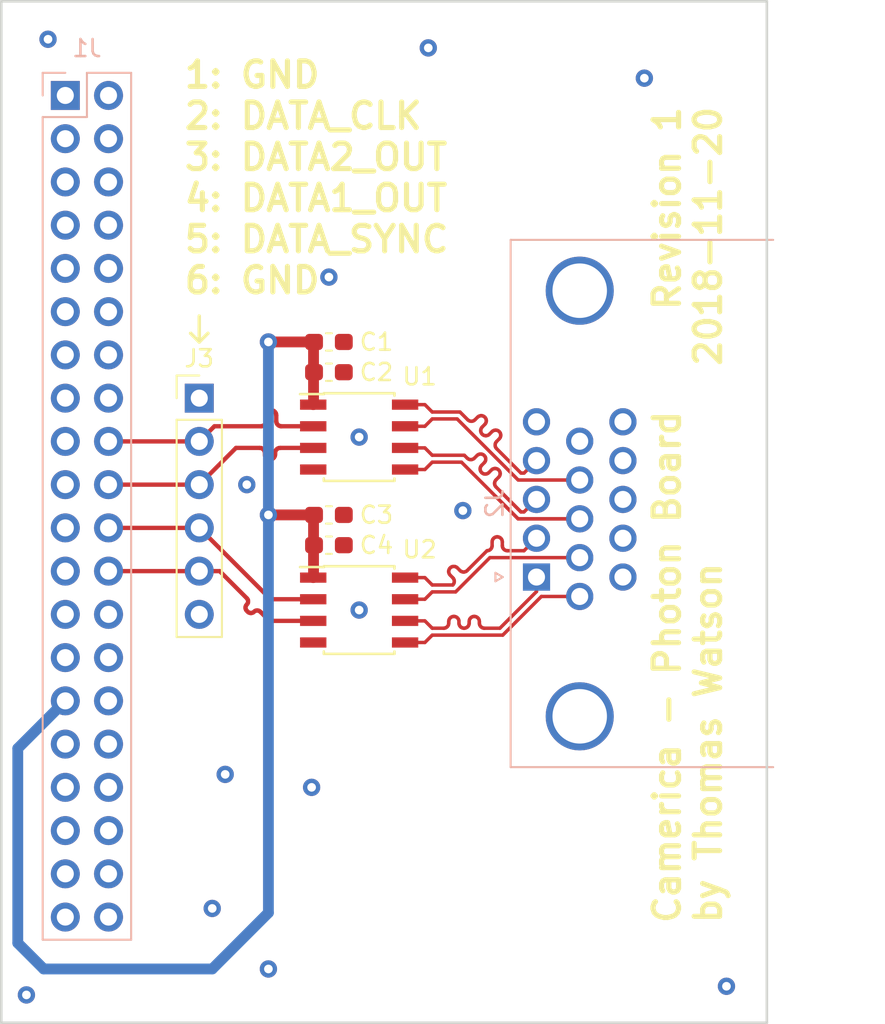
<source format=kicad_pcb>
(kicad_pcb (version 20171130) (host pcbnew "(5.0.0-3-g5ebb6b6)")

  (general
    (thickness 1.6)
    (drawings 12)
    (tracks 427)
    (zones 0)
    (modules 9)
    (nets 54)
  )

  (page A4)
  (layers
    (0 F.Cu signal)
    (31 B.Cu signal)
    (32 B.Adhes user)
    (33 F.Adhes user)
    (34 B.Paste user)
    (35 F.Paste user)
    (36 B.SilkS user)
    (37 F.SilkS user)
    (38 B.Mask user)
    (39 F.Mask user)
    (40 Dwgs.User user)
    (41 Cmts.User user)
    (42 Eco1.User user)
    (43 Eco2.User user)
    (44 Edge.Cuts user)
    (45 Margin user)
    (46 B.CrtYd user)
    (47 F.CrtYd user)
    (48 B.Fab user hide)
    (49 F.Fab user hide)
  )

  (setup
    (last_trace_width 0.635)
    (user_trace_width 0.254)
    (user_trace_width 0.635)
    (trace_clearance 0.1524)
    (zone_clearance 0.508)
    (zone_45_only no)
    (trace_min 0.1524)
    (segment_width 0.2)
    (edge_width 0.15)
    (via_size 0.508)
    (via_drill 0.254)
    (via_min_size 0.508)
    (via_min_drill 0.254)
    (user_via 1.016 0.508)
    (uvia_size 0.3)
    (uvia_drill 0.1)
    (uvias_allowed no)
    (uvia_min_size 0.2)
    (uvia_min_drill 0.1)
    (pcb_text_width 0.3)
    (pcb_text_size 1.5 1.5)
    (mod_edge_width 0.15)
    (mod_text_size 1 1)
    (mod_text_width 0.15)
    (pad_size 1.524 1.524)
    (pad_drill 0.762)
    (pad_to_mask_clearance 0.2)
    (aux_axis_origin 0 0)
    (visible_elements FFFFFF7F)
    (pcbplotparams
      (layerselection 0x010fc_ffffffff)
      (usegerberextensions false)
      (usegerberattributes false)
      (usegerberadvancedattributes false)
      (creategerberjobfile false)
      (excludeedgelayer true)
      (linewidth 0.100000)
      (plotframeref false)
      (viasonmask false)
      (mode 1)
      (useauxorigin false)
      (hpglpennumber 1)
      (hpglpenspeed 20)
      (hpglpendiameter 15.000000)
      (psnegative false)
      (psa4output false)
      (plotreference true)
      (plotvalue true)
      (plotinvisibletext false)
      (padsonsilk false)
      (subtractmaskfromsilk false)
      (outputformat 1)
      (mirror false)
      (drillshape 1)
      (scaleselection 1)
      (outputdirectory ""))
  )

  (net 0 "")
  (net 1 "Net-(J1-Pad1)")
  (net 2 "Net-(J1-Pad2)")
  (net 3 "Net-(J1-Pad3)")
  (net 4 "Net-(J1-Pad4)")
  (net 5 "Net-(J1-Pad5)")
  (net 6 "Net-(J1-Pad6)")
  (net 7 "Net-(J1-Pad7)")
  (net 8 "Net-(J1-Pad8)")
  (net 9 "Net-(J1-Pad9)")
  (net 10 "Net-(J1-Pad10)")
  (net 11 +5V)
  (net 12 GND)
  (net 13 "Net-(J1-Pad13)")
  (net 14 "Net-(J1-Pad14)")
  (net 15 "Net-(J1-Pad15)")
  (net 16 "Net-(J1-Pad16)")
  (net 17 "Net-(J1-Pad17)")
  (net 18 "Net-(J1-Pad19)")
  (net 19 "Net-(J1-Pad21)")
  (net 20 "Net-(J1-Pad23)")
  (net 21 "Net-(J1-Pad25)")
  (net 22 "Net-(J1-Pad26)")
  (net 23 "Net-(J1-Pad27)")
  (net 24 "Net-(J1-Pad28)")
  (net 25 +3V3)
  (net 26 "Net-(J1-Pad31)")
  (net 27 "Net-(J1-Pad32)")
  (net 28 "Net-(J1-Pad33)")
  (net 29 "Net-(J1-Pad34)")
  (net 30 "Net-(J1-Pad35)")
  (net 31 "Net-(J1-Pad36)")
  (net 32 "Net-(J1-Pad37)")
  (net 33 "Net-(J1-Pad38)")
  (net 34 "Net-(J1-Pad39)")
  (net 35 "Net-(J1-Pad40)")
  (net 36 /DATA_SYNC+)
  (net 37 /DATA1_OUT+)
  (net 38 /DATA2_OUT+)
  (net 39 /DATA_CLK+)
  (net 40 "Net-(J2-Pad5)")
  (net 41 /DATA_SYNC-)
  (net 42 /DATA1_OUT-)
  (net 43 /DATA2_OUT-)
  (net 44 /DATA_CLK-)
  (net 45 "Net-(J2-Pad11)")
  (net 46 "Net-(J2-Pad12)")
  (net 47 "Net-(J2-Pad13)")
  (net 48 "Net-(J2-Pad14)")
  (net 49 "Net-(J2-Pad15)")
  (net 50 /DATA_CLK)
  (net 51 /DATA2_OUT)
  (net 52 /DATA1_OUT)
  (net 53 /DATA_SYNC)

  (net_class Default "This is the default net class."
    (clearance 0.1524)
    (trace_width 0.1524)
    (via_dia 0.508)
    (via_drill 0.254)
    (uvia_dia 0.3)
    (uvia_drill 0.1)
    (diff_pair_gap 0.2032)
    (diff_pair_width 0.2032)
    (add_net +3V3)
    (add_net +5V)
    (add_net /DATA1_OUT)
    (add_net /DATA1_OUT+)
    (add_net /DATA1_OUT-)
    (add_net /DATA2_OUT)
    (add_net /DATA2_OUT+)
    (add_net /DATA2_OUT-)
    (add_net /DATA_CLK)
    (add_net /DATA_CLK+)
    (add_net /DATA_CLK-)
    (add_net /DATA_SYNC)
    (add_net /DATA_SYNC+)
    (add_net /DATA_SYNC-)
    (add_net GND)
    (add_net "Net-(J1-Pad1)")
    (add_net "Net-(J1-Pad10)")
    (add_net "Net-(J1-Pad13)")
    (add_net "Net-(J1-Pad14)")
    (add_net "Net-(J1-Pad15)")
    (add_net "Net-(J1-Pad16)")
    (add_net "Net-(J1-Pad17)")
    (add_net "Net-(J1-Pad19)")
    (add_net "Net-(J1-Pad2)")
    (add_net "Net-(J1-Pad21)")
    (add_net "Net-(J1-Pad23)")
    (add_net "Net-(J1-Pad25)")
    (add_net "Net-(J1-Pad26)")
    (add_net "Net-(J1-Pad27)")
    (add_net "Net-(J1-Pad28)")
    (add_net "Net-(J1-Pad3)")
    (add_net "Net-(J1-Pad31)")
    (add_net "Net-(J1-Pad32)")
    (add_net "Net-(J1-Pad33)")
    (add_net "Net-(J1-Pad34)")
    (add_net "Net-(J1-Pad35)")
    (add_net "Net-(J1-Pad36)")
    (add_net "Net-(J1-Pad37)")
    (add_net "Net-(J1-Pad38)")
    (add_net "Net-(J1-Pad39)")
    (add_net "Net-(J1-Pad4)")
    (add_net "Net-(J1-Pad40)")
    (add_net "Net-(J1-Pad5)")
    (add_net "Net-(J1-Pad6)")
    (add_net "Net-(J1-Pad7)")
    (add_net "Net-(J1-Pad8)")
    (add_net "Net-(J1-Pad9)")
    (add_net "Net-(J2-Pad11)")
    (add_net "Net-(J2-Pad12)")
    (add_net "Net-(J2-Pad13)")
    (add_net "Net-(J2-Pad14)")
    (add_net "Net-(J2-Pad15)")
    (add_net "Net-(J2-Pad5)")
  )

  (module Connector_PinSocket_2.54mm:PinSocket_2x20_P2.54mm_Vertical (layer B.Cu) (tedit 5A19A433) (tstamp 5BDAA15C)
    (at 143.764 65.532 180)
    (descr "Through hole straight socket strip, 2x20, 2.54mm pitch, double cols (from Kicad 4.0.7), script generated")
    (tags "Through hole socket strip THT 2x20 2.54mm double row")
    (path /5BD9CB75)
    (fp_text reference J1 (at -1.27 2.77 180) (layer B.SilkS)
      (effects (font (size 1 1) (thickness 0.15)) (justify mirror))
    )
    (fp_text value TERASIC (at -1.27 -51.03 180) (layer B.Fab)
      (effects (font (size 1 1) (thickness 0.15)) (justify mirror))
    )
    (fp_line (start -3.81 1.27) (end 0.27 1.27) (layer B.Fab) (width 0.1))
    (fp_line (start 0.27 1.27) (end 1.27 0.27) (layer B.Fab) (width 0.1))
    (fp_line (start 1.27 0.27) (end 1.27 -49.53) (layer B.Fab) (width 0.1))
    (fp_line (start 1.27 -49.53) (end -3.81 -49.53) (layer B.Fab) (width 0.1))
    (fp_line (start -3.81 -49.53) (end -3.81 1.27) (layer B.Fab) (width 0.1))
    (fp_line (start -3.87 1.33) (end -1.27 1.33) (layer B.SilkS) (width 0.12))
    (fp_line (start -3.87 1.33) (end -3.87 -49.59) (layer B.SilkS) (width 0.12))
    (fp_line (start -3.87 -49.59) (end 1.33 -49.59) (layer B.SilkS) (width 0.12))
    (fp_line (start 1.33 -1.27) (end 1.33 -49.59) (layer B.SilkS) (width 0.12))
    (fp_line (start -1.27 -1.27) (end 1.33 -1.27) (layer B.SilkS) (width 0.12))
    (fp_line (start -1.27 1.33) (end -1.27 -1.27) (layer B.SilkS) (width 0.12))
    (fp_line (start 1.33 1.33) (end 1.33 0) (layer B.SilkS) (width 0.12))
    (fp_line (start 0 1.33) (end 1.33 1.33) (layer B.SilkS) (width 0.12))
    (fp_line (start -4.34 1.8) (end 1.76 1.8) (layer B.CrtYd) (width 0.05))
    (fp_line (start 1.76 1.8) (end 1.76 -50) (layer B.CrtYd) (width 0.05))
    (fp_line (start 1.76 -50) (end -4.34 -50) (layer B.CrtYd) (width 0.05))
    (fp_line (start -4.34 -50) (end -4.34 1.8) (layer B.CrtYd) (width 0.05))
    (fp_text user %R (at -1.27 -24.13 90) (layer B.Fab)
      (effects (font (size 1 1) (thickness 0.15)) (justify mirror))
    )
    (pad 1 thru_hole rect (at 0 0 180) (size 1.7 1.7) (drill 1) (layers *.Cu *.Mask)
      (net 1 "Net-(J1-Pad1)"))
    (pad 2 thru_hole oval (at -2.54 0 180) (size 1.7 1.7) (drill 1) (layers *.Cu *.Mask)
      (net 2 "Net-(J1-Pad2)"))
    (pad 3 thru_hole oval (at 0 -2.54 180) (size 1.7 1.7) (drill 1) (layers *.Cu *.Mask)
      (net 3 "Net-(J1-Pad3)"))
    (pad 4 thru_hole oval (at -2.54 -2.54 180) (size 1.7 1.7) (drill 1) (layers *.Cu *.Mask)
      (net 4 "Net-(J1-Pad4)"))
    (pad 5 thru_hole oval (at 0 -5.08 180) (size 1.7 1.7) (drill 1) (layers *.Cu *.Mask)
      (net 5 "Net-(J1-Pad5)"))
    (pad 6 thru_hole oval (at -2.54 -5.08 180) (size 1.7 1.7) (drill 1) (layers *.Cu *.Mask)
      (net 6 "Net-(J1-Pad6)"))
    (pad 7 thru_hole oval (at 0 -7.62 180) (size 1.7 1.7) (drill 1) (layers *.Cu *.Mask)
      (net 7 "Net-(J1-Pad7)"))
    (pad 8 thru_hole oval (at -2.54 -7.62 180) (size 1.7 1.7) (drill 1) (layers *.Cu *.Mask)
      (net 8 "Net-(J1-Pad8)"))
    (pad 9 thru_hole oval (at 0 -10.16 180) (size 1.7 1.7) (drill 1) (layers *.Cu *.Mask)
      (net 9 "Net-(J1-Pad9)"))
    (pad 10 thru_hole oval (at -2.54 -10.16 180) (size 1.7 1.7) (drill 1) (layers *.Cu *.Mask)
      (net 10 "Net-(J1-Pad10)"))
    (pad 11 thru_hole oval (at 0 -12.7 180) (size 1.7 1.7) (drill 1) (layers *.Cu *.Mask)
      (net 11 +5V))
    (pad 12 thru_hole oval (at -2.54 -12.7 180) (size 1.7 1.7) (drill 1) (layers *.Cu *.Mask)
      (net 12 GND))
    (pad 13 thru_hole oval (at 0 -15.24 180) (size 1.7 1.7) (drill 1) (layers *.Cu *.Mask)
      (net 13 "Net-(J1-Pad13)"))
    (pad 14 thru_hole oval (at -2.54 -15.24 180) (size 1.7 1.7) (drill 1) (layers *.Cu *.Mask)
      (net 14 "Net-(J1-Pad14)"))
    (pad 15 thru_hole oval (at 0 -17.78 180) (size 1.7 1.7) (drill 1) (layers *.Cu *.Mask)
      (net 15 "Net-(J1-Pad15)"))
    (pad 16 thru_hole oval (at -2.54 -17.78 180) (size 1.7 1.7) (drill 1) (layers *.Cu *.Mask)
      (net 16 "Net-(J1-Pad16)"))
    (pad 17 thru_hole oval (at 0 -20.32 180) (size 1.7 1.7) (drill 1) (layers *.Cu *.Mask)
      (net 17 "Net-(J1-Pad17)"))
    (pad 18 thru_hole oval (at -2.54 -20.32 180) (size 1.7 1.7) (drill 1) (layers *.Cu *.Mask)
      (net 50 /DATA_CLK))
    (pad 19 thru_hole oval (at 0 -22.86 180) (size 1.7 1.7) (drill 1) (layers *.Cu *.Mask)
      (net 18 "Net-(J1-Pad19)"))
    (pad 20 thru_hole oval (at -2.54 -22.86 180) (size 1.7 1.7) (drill 1) (layers *.Cu *.Mask)
      (net 51 /DATA2_OUT))
    (pad 21 thru_hole oval (at 0 -25.4 180) (size 1.7 1.7) (drill 1) (layers *.Cu *.Mask)
      (net 19 "Net-(J1-Pad21)"))
    (pad 22 thru_hole oval (at -2.54 -25.4 180) (size 1.7 1.7) (drill 1) (layers *.Cu *.Mask)
      (net 52 /DATA1_OUT))
    (pad 23 thru_hole oval (at 0 -27.94 180) (size 1.7 1.7) (drill 1) (layers *.Cu *.Mask)
      (net 20 "Net-(J1-Pad23)"))
    (pad 24 thru_hole oval (at -2.54 -27.94 180) (size 1.7 1.7) (drill 1) (layers *.Cu *.Mask)
      (net 53 /DATA_SYNC))
    (pad 25 thru_hole oval (at 0 -30.48 180) (size 1.7 1.7) (drill 1) (layers *.Cu *.Mask)
      (net 21 "Net-(J1-Pad25)"))
    (pad 26 thru_hole oval (at -2.54 -30.48 180) (size 1.7 1.7) (drill 1) (layers *.Cu *.Mask)
      (net 22 "Net-(J1-Pad26)"))
    (pad 27 thru_hole oval (at 0 -33.02 180) (size 1.7 1.7) (drill 1) (layers *.Cu *.Mask)
      (net 23 "Net-(J1-Pad27)"))
    (pad 28 thru_hole oval (at -2.54 -33.02 180) (size 1.7 1.7) (drill 1) (layers *.Cu *.Mask)
      (net 24 "Net-(J1-Pad28)"))
    (pad 29 thru_hole oval (at 0 -35.56 180) (size 1.7 1.7) (drill 1) (layers *.Cu *.Mask)
      (net 25 +3V3))
    (pad 30 thru_hole oval (at -2.54 -35.56 180) (size 1.7 1.7) (drill 1) (layers *.Cu *.Mask)
      (net 12 GND))
    (pad 31 thru_hole oval (at 0 -38.1 180) (size 1.7 1.7) (drill 1) (layers *.Cu *.Mask)
      (net 26 "Net-(J1-Pad31)"))
    (pad 32 thru_hole oval (at -2.54 -38.1 180) (size 1.7 1.7) (drill 1) (layers *.Cu *.Mask)
      (net 27 "Net-(J1-Pad32)"))
    (pad 33 thru_hole oval (at 0 -40.64 180) (size 1.7 1.7) (drill 1) (layers *.Cu *.Mask)
      (net 28 "Net-(J1-Pad33)"))
    (pad 34 thru_hole oval (at -2.54 -40.64 180) (size 1.7 1.7) (drill 1) (layers *.Cu *.Mask)
      (net 29 "Net-(J1-Pad34)"))
    (pad 35 thru_hole oval (at 0 -43.18 180) (size 1.7 1.7) (drill 1) (layers *.Cu *.Mask)
      (net 30 "Net-(J1-Pad35)"))
    (pad 36 thru_hole oval (at -2.54 -43.18 180) (size 1.7 1.7) (drill 1) (layers *.Cu *.Mask)
      (net 31 "Net-(J1-Pad36)"))
    (pad 37 thru_hole oval (at 0 -45.72 180) (size 1.7 1.7) (drill 1) (layers *.Cu *.Mask)
      (net 32 "Net-(J1-Pad37)"))
    (pad 38 thru_hole oval (at -2.54 -45.72 180) (size 1.7 1.7) (drill 1) (layers *.Cu *.Mask)
      (net 33 "Net-(J1-Pad38)"))
    (pad 39 thru_hole oval (at 0 -48.26 180) (size 1.7 1.7) (drill 1) (layers *.Cu *.Mask)
      (net 34 "Net-(J1-Pad39)"))
    (pad 40 thru_hole oval (at -2.54 -48.26 180) (size 1.7 1.7) (drill 1) (layers *.Cu *.Mask)
      (net 35 "Net-(J1-Pad40)"))
    (model ${KISYS3DMOD}/Connector_PinSocket_2.54mm.3dshapes/PinSocket_2x20_P2.54mm_Vertical.wrl
      (at (xyz 0 0 0))
      (scale (xyz 1 1 1))
      (rotate (xyz 0 0 0))
    )
  )

  (module Package_SO:SOIC-8_3.9x4.9mm_P1.27mm (layer F.Cu) (tedit 5A02F2D3) (tstamp 5BF43CCA)
    (at 161.036 85.598)
    (descr "8-Lead Plastic Small Outline (SN) - Narrow, 3.90 mm Body [SOIC] (see Microchip Packaging Specification 00000049BS.pdf)")
    (tags "SOIC 1.27")
    (path /5BDA5F0C)
    (attr smd)
    (fp_text reference U1 (at 3.556 -3.556) (layer F.SilkS)
      (effects (font (size 1 1) (thickness 0.15)))
    )
    (fp_text value SN65LVDT34D (at 0 3.5) (layer F.Fab)
      (effects (font (size 1 1) (thickness 0.15)))
    )
    (fp_text user %R (at 0 0) (layer F.Fab)
      (effects (font (size 1 1) (thickness 0.15)))
    )
    (fp_line (start -0.95 -2.45) (end 1.95 -2.45) (layer F.Fab) (width 0.1))
    (fp_line (start 1.95 -2.45) (end 1.95 2.45) (layer F.Fab) (width 0.1))
    (fp_line (start 1.95 2.45) (end -1.95 2.45) (layer F.Fab) (width 0.1))
    (fp_line (start -1.95 2.45) (end -1.95 -1.45) (layer F.Fab) (width 0.1))
    (fp_line (start -1.95 -1.45) (end -0.95 -2.45) (layer F.Fab) (width 0.1))
    (fp_line (start -3.73 -2.7) (end -3.73 2.7) (layer F.CrtYd) (width 0.05))
    (fp_line (start 3.73 -2.7) (end 3.73 2.7) (layer F.CrtYd) (width 0.05))
    (fp_line (start -3.73 -2.7) (end 3.73 -2.7) (layer F.CrtYd) (width 0.05))
    (fp_line (start -3.73 2.7) (end 3.73 2.7) (layer F.CrtYd) (width 0.05))
    (fp_line (start -2.075 -2.575) (end -2.075 -2.525) (layer F.SilkS) (width 0.15))
    (fp_line (start 2.075 -2.575) (end 2.075 -2.43) (layer F.SilkS) (width 0.15))
    (fp_line (start 2.075 2.575) (end 2.075 2.43) (layer F.SilkS) (width 0.15))
    (fp_line (start -2.075 2.575) (end -2.075 2.43) (layer F.SilkS) (width 0.15))
    (fp_line (start -2.075 -2.575) (end 2.075 -2.575) (layer F.SilkS) (width 0.15))
    (fp_line (start -2.075 2.575) (end 2.075 2.575) (layer F.SilkS) (width 0.15))
    (fp_line (start -2.075 -2.525) (end -3.475 -2.525) (layer F.SilkS) (width 0.15))
    (pad 1 smd rect (at -2.7 -1.905) (size 1.55 0.6) (layers F.Cu F.Paste F.Mask)
      (net 25 +3V3))
    (pad 2 smd rect (at -2.7 -0.635) (size 1.55 0.6) (layers F.Cu F.Paste F.Mask)
      (net 50 /DATA_CLK))
    (pad 3 smd rect (at -2.7 0.635) (size 1.55 0.6) (layers F.Cu F.Paste F.Mask)
      (net 51 /DATA2_OUT))
    (pad 4 smd rect (at -2.7 1.905) (size 1.55 0.6) (layers F.Cu F.Paste F.Mask)
      (net 12 GND))
    (pad 5 smd rect (at 2.7 1.905) (size 1.55 0.6) (layers F.Cu F.Paste F.Mask)
      (net 43 /DATA2_OUT-))
    (pad 6 smd rect (at 2.7 0.635) (size 1.55 0.6) (layers F.Cu F.Paste F.Mask)
      (net 38 /DATA2_OUT+))
    (pad 7 smd rect (at 2.7 -0.635) (size 1.55 0.6) (layers F.Cu F.Paste F.Mask)
      (net 44 /DATA_CLK-))
    (pad 8 smd rect (at 2.7 -1.905) (size 1.55 0.6) (layers F.Cu F.Paste F.Mask)
      (net 39 /DATA_CLK+))
    (model ${KISYS3DMOD}/Package_SO.3dshapes/SOIC-8_3.9x4.9mm_P1.27mm.wrl
      (at (xyz 0 0 0))
      (scale (xyz 1 1 1))
      (rotate (xyz 0 0 0))
    )
  )

  (module Package_SO:SOIC-8_3.9x4.9mm_P1.27mm (layer F.Cu) (tedit 5A02F2D3) (tstamp 5BDA78A0)
    (at 161.036 95.758)
    (descr "8-Lead Plastic Small Outline (SN) - Narrow, 3.90 mm Body [SOIC] (see Microchip Packaging Specification 00000049BS.pdf)")
    (tags "SOIC 1.27")
    (path /5BDA6017)
    (attr smd)
    (fp_text reference U2 (at 3.556 -3.556) (layer F.SilkS)
      (effects (font (size 1 1) (thickness 0.15)))
    )
    (fp_text value SN65LVDT34D (at 0 3.5) (layer F.Fab)
      (effects (font (size 1 1) (thickness 0.15)))
    )
    (fp_line (start -2.075 -2.525) (end -3.475 -2.525) (layer F.SilkS) (width 0.15))
    (fp_line (start -2.075 2.575) (end 2.075 2.575) (layer F.SilkS) (width 0.15))
    (fp_line (start -2.075 -2.575) (end 2.075 -2.575) (layer F.SilkS) (width 0.15))
    (fp_line (start -2.075 2.575) (end -2.075 2.43) (layer F.SilkS) (width 0.15))
    (fp_line (start 2.075 2.575) (end 2.075 2.43) (layer F.SilkS) (width 0.15))
    (fp_line (start 2.075 -2.575) (end 2.075 -2.43) (layer F.SilkS) (width 0.15))
    (fp_line (start -2.075 -2.575) (end -2.075 -2.525) (layer F.SilkS) (width 0.15))
    (fp_line (start -3.73 2.7) (end 3.73 2.7) (layer F.CrtYd) (width 0.05))
    (fp_line (start -3.73 -2.7) (end 3.73 -2.7) (layer F.CrtYd) (width 0.05))
    (fp_line (start 3.73 -2.7) (end 3.73 2.7) (layer F.CrtYd) (width 0.05))
    (fp_line (start -3.73 -2.7) (end -3.73 2.7) (layer F.CrtYd) (width 0.05))
    (fp_line (start -1.95 -1.45) (end -0.95 -2.45) (layer F.Fab) (width 0.1))
    (fp_line (start -1.95 2.45) (end -1.95 -1.45) (layer F.Fab) (width 0.1))
    (fp_line (start 1.95 2.45) (end -1.95 2.45) (layer F.Fab) (width 0.1))
    (fp_line (start 1.95 -2.45) (end 1.95 2.45) (layer F.Fab) (width 0.1))
    (fp_line (start -0.95 -2.45) (end 1.95 -2.45) (layer F.Fab) (width 0.1))
    (fp_text user %R (at 0 0) (layer F.Fab)
      (effects (font (size 1 1) (thickness 0.15)))
    )
    (pad 8 smd rect (at 2.7 -1.905) (size 1.55 0.6) (layers F.Cu F.Paste F.Mask)
      (net 37 /DATA1_OUT+))
    (pad 7 smd rect (at 2.7 -0.635) (size 1.55 0.6) (layers F.Cu F.Paste F.Mask)
      (net 42 /DATA1_OUT-))
    (pad 6 smd rect (at 2.7 0.635) (size 1.55 0.6) (layers F.Cu F.Paste F.Mask)
      (net 36 /DATA_SYNC+))
    (pad 5 smd rect (at 2.7 1.905) (size 1.55 0.6) (layers F.Cu F.Paste F.Mask)
      (net 41 /DATA_SYNC-))
    (pad 4 smd rect (at -2.7 1.905) (size 1.55 0.6) (layers F.Cu F.Paste F.Mask)
      (net 12 GND))
    (pad 3 smd rect (at -2.7 0.635) (size 1.55 0.6) (layers F.Cu F.Paste F.Mask)
      (net 53 /DATA_SYNC))
    (pad 2 smd rect (at -2.7 -0.635) (size 1.55 0.6) (layers F.Cu F.Paste F.Mask)
      (net 52 /DATA1_OUT))
    (pad 1 smd rect (at -2.7 -1.905) (size 1.55 0.6) (layers F.Cu F.Paste F.Mask)
      (net 25 +3V3))
    (model ${KISYS3DMOD}/Package_SO.3dshapes/SOIC-8_3.9x4.9mm_P1.27mm.wrl
      (at (xyz 0 0 0))
      (scale (xyz 1 1 1))
      (rotate (xyz 0 0 0))
    )
  )

  (module Capacitor_SMD:C_0603_1608Metric_Pad1.05x0.95mm_HandSolder (layer F.Cu) (tedit 5B301BBE) (tstamp 5BF43910)
    (at 159.258 80.01)
    (descr "Capacitor SMD 0603 (1608 Metric), square (rectangular) end terminal, IPC_7351 nominal with elongated pad for handsoldering. (Body size source: http://www.tortai-tech.com/upload/download/2011102023233369053.pdf), generated with kicad-footprint-generator")
    (tags "capacitor handsolder")
    (path /5BDA6AF5)
    (attr smd)
    (fp_text reference C1 (at 2.794 0) (layer F.SilkS)
      (effects (font (size 1 1) (thickness 0.15)))
    )
    (fp_text value 1u (at 0 1.43) (layer F.Fab)
      (effects (font (size 1 1) (thickness 0.15)))
    )
    (fp_text user %R (at 0 0) (layer F.Fab)
      (effects (font (size 0.4 0.4) (thickness 0.06)))
    )
    (fp_line (start 1.65 0.73) (end -1.65 0.73) (layer F.CrtYd) (width 0.05))
    (fp_line (start 1.65 -0.73) (end 1.65 0.73) (layer F.CrtYd) (width 0.05))
    (fp_line (start -1.65 -0.73) (end 1.65 -0.73) (layer F.CrtYd) (width 0.05))
    (fp_line (start -1.65 0.73) (end -1.65 -0.73) (layer F.CrtYd) (width 0.05))
    (fp_line (start -0.171267 0.51) (end 0.171267 0.51) (layer F.SilkS) (width 0.12))
    (fp_line (start -0.171267 -0.51) (end 0.171267 -0.51) (layer F.SilkS) (width 0.12))
    (fp_line (start 0.8 0.4) (end -0.8 0.4) (layer F.Fab) (width 0.1))
    (fp_line (start 0.8 -0.4) (end 0.8 0.4) (layer F.Fab) (width 0.1))
    (fp_line (start -0.8 -0.4) (end 0.8 -0.4) (layer F.Fab) (width 0.1))
    (fp_line (start -0.8 0.4) (end -0.8 -0.4) (layer F.Fab) (width 0.1))
    (pad 2 smd roundrect (at 0.875 0) (size 1.05 0.95) (layers F.Cu F.Paste F.Mask) (roundrect_rratio 0.25)
      (net 12 GND))
    (pad 1 smd roundrect (at -0.875 0) (size 1.05 0.95) (layers F.Cu F.Paste F.Mask) (roundrect_rratio 0.25)
      (net 25 +3V3))
    (model ${KISYS3DMOD}/Capacitor_SMD.3dshapes/C_0603_1608Metric.wrl
      (at (xyz 0 0 0))
      (scale (xyz 1 1 1))
      (rotate (xyz 0 0 0))
    )
  )

  (module Capacitor_SMD:C_0603_1608Metric_Pad1.05x0.95mm_HandSolder (layer F.Cu) (tedit 5B301BBE) (tstamp 5BF438CF)
    (at 159.258 81.788 180)
    (descr "Capacitor SMD 0603 (1608 Metric), square (rectangular) end terminal, IPC_7351 nominal with elongated pad for handsoldering. (Body size source: http://www.tortai-tech.com/upload/download/2011102023233369053.pdf), generated with kicad-footprint-generator")
    (tags "capacitor handsolder")
    (path /5BDA6A7F)
    (attr smd)
    (fp_text reference C2 (at -2.794 0 180) (layer F.SilkS)
      (effects (font (size 1 1) (thickness 0.15)))
    )
    (fp_text value 0.1u (at 0 1.43 180) (layer F.Fab)
      (effects (font (size 1 1) (thickness 0.15)))
    )
    (fp_line (start -0.8 0.4) (end -0.8 -0.4) (layer F.Fab) (width 0.1))
    (fp_line (start -0.8 -0.4) (end 0.8 -0.4) (layer F.Fab) (width 0.1))
    (fp_line (start 0.8 -0.4) (end 0.8 0.4) (layer F.Fab) (width 0.1))
    (fp_line (start 0.8 0.4) (end -0.8 0.4) (layer F.Fab) (width 0.1))
    (fp_line (start -0.171267 -0.51) (end 0.171267 -0.51) (layer F.SilkS) (width 0.12))
    (fp_line (start -0.171267 0.51) (end 0.171267 0.51) (layer F.SilkS) (width 0.12))
    (fp_line (start -1.65 0.73) (end -1.65 -0.73) (layer F.CrtYd) (width 0.05))
    (fp_line (start -1.65 -0.73) (end 1.65 -0.73) (layer F.CrtYd) (width 0.05))
    (fp_line (start 1.65 -0.73) (end 1.65 0.73) (layer F.CrtYd) (width 0.05))
    (fp_line (start 1.65 0.73) (end -1.65 0.73) (layer F.CrtYd) (width 0.05))
    (fp_text user %R (at 0 0 180) (layer F.Fab)
      (effects (font (size 0.4 0.4) (thickness 0.06)))
    )
    (pad 1 smd roundrect (at -0.875 0 180) (size 1.05 0.95) (layers F.Cu F.Paste F.Mask) (roundrect_rratio 0.25)
      (net 12 GND))
    (pad 2 smd roundrect (at 0.875 0 180) (size 1.05 0.95) (layers F.Cu F.Paste F.Mask) (roundrect_rratio 0.25)
      (net 25 +3V3))
    (model ${KISYS3DMOD}/Capacitor_SMD.3dshapes/C_0603_1608Metric.wrl
      (at (xyz 0 0 0))
      (scale (xyz 1 1 1))
      (rotate (xyz 0 0 0))
    )
  )

  (module Capacitor_SMD:C_0603_1608Metric_Pad1.05x0.95mm_HandSolder (layer F.Cu) (tedit 5B301BBE) (tstamp 5BF4375E)
    (at 159.258 90.17)
    (descr "Capacitor SMD 0603 (1608 Metric), square (rectangular) end terminal, IPC_7351 nominal with elongated pad for handsoldering. (Body size source: http://www.tortai-tech.com/upload/download/2011102023233369053.pdf), generated with kicad-footprint-generator")
    (tags "capacitor handsolder")
    (path /5BDA73CA)
    (attr smd)
    (fp_text reference C3 (at 2.794 0) (layer F.SilkS)
      (effects (font (size 1 1) (thickness 0.15)))
    )
    (fp_text value 1u (at 0 1.43) (layer F.Fab)
      (effects (font (size 1 1) (thickness 0.15)))
    )
    (fp_text user %R (at 0 0) (layer F.Fab)
      (effects (font (size 0.4 0.4) (thickness 0.06)))
    )
    (fp_line (start 1.65 0.73) (end -1.65 0.73) (layer F.CrtYd) (width 0.05))
    (fp_line (start 1.65 -0.73) (end 1.65 0.73) (layer F.CrtYd) (width 0.05))
    (fp_line (start -1.65 -0.73) (end 1.65 -0.73) (layer F.CrtYd) (width 0.05))
    (fp_line (start -1.65 0.73) (end -1.65 -0.73) (layer F.CrtYd) (width 0.05))
    (fp_line (start -0.171267 0.51) (end 0.171267 0.51) (layer F.SilkS) (width 0.12))
    (fp_line (start -0.171267 -0.51) (end 0.171267 -0.51) (layer F.SilkS) (width 0.12))
    (fp_line (start 0.8 0.4) (end -0.8 0.4) (layer F.Fab) (width 0.1))
    (fp_line (start 0.8 -0.4) (end 0.8 0.4) (layer F.Fab) (width 0.1))
    (fp_line (start -0.8 -0.4) (end 0.8 -0.4) (layer F.Fab) (width 0.1))
    (fp_line (start -0.8 0.4) (end -0.8 -0.4) (layer F.Fab) (width 0.1))
    (pad 2 smd roundrect (at 0.875 0) (size 1.05 0.95) (layers F.Cu F.Paste F.Mask) (roundrect_rratio 0.25)
      (net 12 GND))
    (pad 1 smd roundrect (at -0.875 0) (size 1.05 0.95) (layers F.Cu F.Paste F.Mask) (roundrect_rratio 0.25)
      (net 25 +3V3))
    (model ${KISYS3DMOD}/Capacitor_SMD.3dshapes/C_0603_1608Metric.wrl
      (at (xyz 0 0 0))
      (scale (xyz 1 1 1))
      (rotate (xyz 0 0 0))
    )
  )

  (module Capacitor_SMD:C_0603_1608Metric_Pad1.05x0.95mm_HandSolder (layer F.Cu) (tedit 5B301BBE) (tstamp 5BF4372E)
    (at 159.258 91.948 180)
    (descr "Capacitor SMD 0603 (1608 Metric), square (rectangular) end terminal, IPC_7351 nominal with elongated pad for handsoldering. (Body size source: http://www.tortai-tech.com/upload/download/2011102023233369053.pdf), generated with kicad-footprint-generator")
    (tags "capacitor handsolder")
    (path /5BDA739E)
    (attr smd)
    (fp_text reference C4 (at -2.794 0 180) (layer F.SilkS)
      (effects (font (size 1 1) (thickness 0.15)))
    )
    (fp_text value 0.1u (at 0 1.43 180) (layer F.Fab)
      (effects (font (size 1 1) (thickness 0.15)))
    )
    (fp_line (start -0.8 0.4) (end -0.8 -0.4) (layer F.Fab) (width 0.1))
    (fp_line (start -0.8 -0.4) (end 0.8 -0.4) (layer F.Fab) (width 0.1))
    (fp_line (start 0.8 -0.4) (end 0.8 0.4) (layer F.Fab) (width 0.1))
    (fp_line (start 0.8 0.4) (end -0.8 0.4) (layer F.Fab) (width 0.1))
    (fp_line (start -0.171267 -0.51) (end 0.171267 -0.51) (layer F.SilkS) (width 0.12))
    (fp_line (start -0.171267 0.51) (end 0.171267 0.51) (layer F.SilkS) (width 0.12))
    (fp_line (start -1.65 0.73) (end -1.65 -0.73) (layer F.CrtYd) (width 0.05))
    (fp_line (start -1.65 -0.73) (end 1.65 -0.73) (layer F.CrtYd) (width 0.05))
    (fp_line (start 1.65 -0.73) (end 1.65 0.73) (layer F.CrtYd) (width 0.05))
    (fp_line (start 1.65 0.73) (end -1.65 0.73) (layer F.CrtYd) (width 0.05))
    (fp_text user %R (at 0 0 180) (layer F.Fab)
      (effects (font (size 0.4 0.4) (thickness 0.06)))
    )
    (pad 1 smd roundrect (at -0.875 0 180) (size 1.05 0.95) (layers F.Cu F.Paste F.Mask) (roundrect_rratio 0.25)
      (net 12 GND))
    (pad 2 smd roundrect (at 0.875 0 180) (size 1.05 0.95) (layers F.Cu F.Paste F.Mask) (roundrect_rratio 0.25)
      (net 25 +3V3))
    (model ${KISYS3DMOD}/Capacitor_SMD.3dshapes/C_0603_1608Metric.wrl
      (at (xyz 0 0 0))
      (scale (xyz 1 1 1))
      (rotate (xyz 0 0 0))
    )
  )

  (module d_connector:DSUB-15-HD_Female_Horizontal_Pitch2.28x2.54mm_EdgePinOffset8.89mm_Housed_MountingHolesOffset11.43mm (layer B.Cu) (tedit 5BF42E8D) (tstamp 5C0C2DC5)
    (at 171.46 93.82 270)
    (descr "15-pin D-Sub connector, horizontal/angled (90 deg), THT-mount, female, pitch 2.28x2.54mm, pin-PCB-offset 8.89mm, distance of mounting holes 25mm, distance of mounting holes to PCB edge 11.43mm, see https://disti-assets.s3.amazonaws.com/tonar/files/datasheets/16730.pdf")
    (tags "15-pin D-Sub connector horizontal angled 90deg THT female pitch 2.28x2.54mm pin-PCB-offset 8.89mm mounting-holes-distance 25mm mounting-hole-offset 25mm")
    (path /5BD9D048)
    (fp_text reference J2 (at -4.32 2.46 270) (layer B.SilkS)
      (effects (font (size 1 1) (thickness 0.15)) (justify mirror))
    )
    (fp_text value PHOTON (at -4.32 -21.47 270) (layer B.Fab)
      (effects (font (size 1 1) (thickness 0.15)) (justify mirror))
    )
    (fp_arc (start -16.82 -2.54) (end -18.42 -2.54) (angle -180) (layer B.Fab) (width 0.1))
    (fp_arc (start 8.18 -2.54) (end 6.58 -2.54) (angle -180) (layer B.Fab) (width 0.1))
    (fp_line (start -19.745 1.46) (end -19.745 -13.97) (layer B.Fab) (width 0.1))
    (fp_line (start -19.745 -13.97) (end 11.105 -13.97) (layer B.Fab) (width 0.1))
    (fp_line (start 11.105 -13.97) (end 11.105 1.46) (layer B.Fab) (width 0.1))
    (fp_line (start 11.105 1.46) (end -19.745 1.46) (layer B.Fab) (width 0.1))
    (fp_line (start -19.745 -13.97) (end -19.745 -13.97) (layer B.Fab) (width 0.1))
    (fp_line (start -19.745 -13.97) (end 11.105 -13.97) (layer B.Fab) (width 0.1))
    (fp_line (start 11.105 -13.97) (end 11.105 -13.97) (layer B.Fab) (width 0.1))
    (fp_line (start 11.105 -13.97) (end -19.745 -13.97) (layer B.Fab) (width 0.1))
    (fp_line (start -12.47 -13.97) (end -12.47 -19.97) (layer B.Fab) (width 0.1))
    (fp_line (start -12.47 -19.97) (end 3.83 -19.97) (layer B.Fab) (width 0.1))
    (fp_line (start 3.83 -19.97) (end 3.83 -13.97) (layer B.Fab) (width 0.1))
    (fp_line (start 3.83 -13.97) (end -12.47 -13.97) (layer B.Fab) (width 0.1))
    (fp_line (start -19.32 -13.97) (end -19.32 -18.97) (layer B.Fab) (width 0.1))
    (fp_line (start -19.32 -18.97) (end -14.32 -18.97) (layer B.Fab) (width 0.1))
    (fp_line (start -14.32 -18.97) (end -14.32 -13.97) (layer B.Fab) (width 0.1))
    (fp_line (start -14.32 -13.97) (end -19.32 -13.97) (layer B.Fab) (width 0.1))
    (fp_line (start 5.68 -13.97) (end 5.68 -18.97) (layer B.Fab) (width 0.1))
    (fp_line (start 5.68 -18.97) (end 10.68 -18.97) (layer B.Fab) (width 0.1))
    (fp_line (start 10.68 -18.97) (end 10.68 -13.97) (layer B.Fab) (width 0.1))
    (fp_line (start 10.68 -13.97) (end 5.68 -13.97) (layer B.Fab) (width 0.1))
    (fp_line (start -18.42 -13.97) (end -18.42 -2.54) (layer B.Fab) (width 0.1))
    (fp_line (start -15.22 -13.97) (end -15.22 -2.54) (layer B.Fab) (width 0.1))
    (fp_line (start 6.58 -13.97) (end 6.58 -2.54) (layer B.Fab) (width 0.1))
    (fp_line (start 9.78 -13.97) (end 9.78 -2.54) (layer B.Fab) (width 0.1))
    (fp_line (start -19.805 -13.91) (end -19.805 1.52) (layer B.SilkS) (width 0.12))
    (fp_line (start -19.805 1.52) (end 11.165 1.52) (layer B.SilkS) (width 0.12))
    (fp_line (start 11.165 1.52) (end 11.165 -13.91) (layer B.SilkS) (width 0.12))
    (fp_line (start -0.25 2.414338) (end 0.25 2.414338) (layer B.SilkS) (width 0.12))
    (fp_line (start 0.25 2.414338) (end 0 1.981325) (layer B.SilkS) (width 0.12))
    (fp_line (start 0 1.981325) (end -0.25 2.414338) (layer B.SilkS) (width 0.12))
    (fp_line (start -20.25 1.96) (end -20.25 -20.47) (layer B.CrtYd) (width 0.05))
    (fp_line (start -20.25 -20.47) (end 11.61 -20.47) (layer B.CrtYd) (width 0.05))
    (fp_line (start 11.61 -20.47) (end 11.61 1.96) (layer B.CrtYd) (width 0.05))
    (fp_line (start 11.61 1.96) (end -20.25 1.96) (layer B.CrtYd) (width 0.05))
    (fp_text user %R (at -4.32 -16.97 270) (layer B.Fab)
      (effects (font (size 1 1) (thickness 0.15)) (justify mirror))
    )
    (pad 1 thru_hole rect (at 0 0 270) (size 1.6 1.6) (drill 1) (layers *.Cu *.Mask)
      (net 36 /DATA_SYNC+))
    (pad 2 thru_hole circle (at -2.28 0 270) (size 1.6 1.6) (drill 1) (layers *.Cu *.Mask)
      (net 37 /DATA1_OUT+))
    (pad 3 thru_hole circle (at -4.56 0 270) (size 1.6 1.6) (drill 1) (layers *.Cu *.Mask)
      (net 38 /DATA2_OUT+))
    (pad 4 thru_hole circle (at -6.84 0 270) (size 1.6 1.6) (drill 1) (layers *.Cu *.Mask)
      (net 39 /DATA_CLK+))
    (pad 5 thru_hole circle (at -9.12 0 270) (size 1.6 1.6) (drill 1) (layers *.Cu *.Mask)
      (net 40 "Net-(J2-Pad5)"))
    (pad 6 thru_hole circle (at 1.14 -2.54 270) (size 1.6 1.6) (drill 1) (layers *.Cu *.Mask)
      (net 41 /DATA_SYNC-))
    (pad 7 thru_hole circle (at -1.14 -2.54 270) (size 1.6 1.6) (drill 1) (layers *.Cu *.Mask)
      (net 42 /DATA1_OUT-))
    (pad 8 thru_hole circle (at -3.42 -2.54 270) (size 1.6 1.6) (drill 1) (layers *.Cu *.Mask)
      (net 43 /DATA2_OUT-))
    (pad 9 thru_hole circle (at -5.7 -2.54 270) (size 1.6 1.6) (drill 1) (layers *.Cu *.Mask)
      (net 44 /DATA_CLK-))
    (pad 10 thru_hole circle (at -7.98 -2.54 270) (size 1.6 1.6) (drill 1) (layers *.Cu *.Mask)
      (net 12 GND))
    (pad 11 thru_hole circle (at 0 -5.08 270) (size 1.6 1.6) (drill 1) (layers *.Cu *.Mask)
      (net 45 "Net-(J2-Pad11)"))
    (pad 12 thru_hole circle (at -2.28 -5.08 270) (size 1.6 1.6) (drill 1) (layers *.Cu *.Mask)
      (net 46 "Net-(J2-Pad12)"))
    (pad 13 thru_hole circle (at -4.56 -5.08 270) (size 1.6 1.6) (drill 1) (layers *.Cu *.Mask)
      (net 47 "Net-(J2-Pad13)"))
    (pad 14 thru_hole circle (at -6.84 -5.08 270) (size 1.6 1.6) (drill 1) (layers *.Cu *.Mask)
      (net 48 "Net-(J2-Pad14)"))
    (pad 15 thru_hole circle (at -9.12 -5.08 270) (size 1.6 1.6) (drill 1) (layers *.Cu *.Mask)
      (net 49 "Net-(J2-Pad15)"))
    (pad 0 thru_hole circle (at -16.82 -2.54 270) (size 4 4) (drill 3.2) (layers *.Cu *.Mask)
      (net 12 GND))
    (pad 0 thru_hole circle (at 8.18 -2.54 270) (size 4 4) (drill 3.2) (layers *.Cu *.Mask)
      (net 12 GND))
    (model ${KIPRJMOD}/d_connector.pretty/sicd15s13e4gx00lf.stp
      (offset (xyz -4.3 -13.55 0))
      (scale (xyz 1 1 1))
      (rotate (xyz 0 180 0))
    )
  )

  (module Connector_PinHeader_2.54mm:PinHeader_1x06_P2.54mm_Vertical (layer F.Cu) (tedit 59FED5CC) (tstamp 5BF43588)
    (at 151.638 83.312)
    (descr "Through hole straight pin header, 1x06, 2.54mm pitch, single row")
    (tags "Through hole pin header THT 1x06 2.54mm single row")
    (path /5BF4356F)
    (fp_text reference J3 (at 0 -2.33) (layer F.SilkS)
      (effects (font (size 1 1) (thickness 0.15)))
    )
    (fp_text value DATA (at 0 15.03) (layer F.Fab)
      (effects (font (size 1 1) (thickness 0.15)))
    )
    (fp_line (start -0.635 -1.27) (end 1.27 -1.27) (layer F.Fab) (width 0.1))
    (fp_line (start 1.27 -1.27) (end 1.27 13.97) (layer F.Fab) (width 0.1))
    (fp_line (start 1.27 13.97) (end -1.27 13.97) (layer F.Fab) (width 0.1))
    (fp_line (start -1.27 13.97) (end -1.27 -0.635) (layer F.Fab) (width 0.1))
    (fp_line (start -1.27 -0.635) (end -0.635 -1.27) (layer F.Fab) (width 0.1))
    (fp_line (start -1.33 14.03) (end 1.33 14.03) (layer F.SilkS) (width 0.12))
    (fp_line (start -1.33 1.27) (end -1.33 14.03) (layer F.SilkS) (width 0.12))
    (fp_line (start 1.33 1.27) (end 1.33 14.03) (layer F.SilkS) (width 0.12))
    (fp_line (start -1.33 1.27) (end 1.33 1.27) (layer F.SilkS) (width 0.12))
    (fp_line (start -1.33 0) (end -1.33 -1.33) (layer F.SilkS) (width 0.12))
    (fp_line (start -1.33 -1.33) (end 0 -1.33) (layer F.SilkS) (width 0.12))
    (fp_line (start -1.8 -1.8) (end -1.8 14.5) (layer F.CrtYd) (width 0.05))
    (fp_line (start -1.8 14.5) (end 1.8 14.5) (layer F.CrtYd) (width 0.05))
    (fp_line (start 1.8 14.5) (end 1.8 -1.8) (layer F.CrtYd) (width 0.05))
    (fp_line (start 1.8 -1.8) (end -1.8 -1.8) (layer F.CrtYd) (width 0.05))
    (fp_text user %R (at 0 6.35 90) (layer F.Fab)
      (effects (font (size 1 1) (thickness 0.15)))
    )
    (pad 1 thru_hole rect (at 0 0) (size 1.7 1.7) (drill 1) (layers *.Cu *.Mask)
      (net 12 GND))
    (pad 2 thru_hole oval (at 0 2.54) (size 1.7 1.7) (drill 1) (layers *.Cu *.Mask)
      (net 50 /DATA_CLK))
    (pad 3 thru_hole oval (at 0 5.08) (size 1.7 1.7) (drill 1) (layers *.Cu *.Mask)
      (net 51 /DATA2_OUT))
    (pad 4 thru_hole oval (at 0 7.62) (size 1.7 1.7) (drill 1) (layers *.Cu *.Mask)
      (net 52 /DATA1_OUT))
    (pad 5 thru_hole oval (at 0 10.16) (size 1.7 1.7) (drill 1) (layers *.Cu *.Mask)
      (net 53 /DATA_SYNC))
    (pad 6 thru_hole oval (at 0 12.7) (size 1.7 1.7) (drill 1) (layers *.Cu *.Mask)
      (net 12 GND))
    (model ${KISYS3DMOD}/Connector_PinHeader_2.54mm.3dshapes/PinHeader_1x06_P2.54mm_Vertical.wrl
      (at (xyz 0 0 0))
      (scale (xyz 1 1 1))
      (rotate (xyz 0 0 0))
    )
  )

  (gr_text "Revision 1\n2018-11-20" (at 180.34 66.04 90) (layer F.SilkS)
    (effects (font (size 1.5 1.5) (thickness 0.3)) (justify right))
  )
  (gr_text "Camerica - Photon Board\nby Thomas Watson" (at 180.34 114.3 90) (layer F.SilkS)
    (effects (font (size 1.5 1.5) (thickness 0.3)) (justify left))
  )
  (gr_line (start 151.638 80.01) (end 152.146 79.502) (layer F.SilkS) (width 0.2))
  (gr_line (start 151.13 79.502) (end 151.638 80.01) (layer F.SilkS) (width 0.2))
  (gr_line (start 151.638 80.01) (end 151.13 79.502) (layer F.SilkS) (width 0.2))
  (gr_line (start 151.638 79.248) (end 151.638 80.01) (layer F.SilkS) (width 0.2))
  (gr_line (start 151.638 78.486) (end 151.638 79.248) (layer F.SilkS) (width 0.2))
  (gr_text "1: GND\n2: DATA_CLK\n3: DATA2_OUT\n4: DATA1_OUT\n5: DATA_SYNC\n6: GND" (at 150.622 70.358) (layer F.SilkS)
    (effects (font (size 1.5 1.5) (thickness 0.3)) (justify left))
  )
  (gr_line (start 140 120) (end 140 60) (layer Edge.Cuts) (width 0.15))
  (gr_line (start 185 120) (end 140 120) (layer Edge.Cuts) (width 0.15))
  (gr_line (start 185 60) (end 185 120) (layer Edge.Cuts) (width 0.15))
  (gr_line (start 140 60) (end 185 60) (layer Edge.Cuts) (width 0.15))

  (via (at 161.036 85.598) (size 1.016) (drill 0.508) (layers F.Cu B.Cu) (net 12))
  (via (at 161.036 95.758) (size 1.016) (drill 0.508) (layers F.Cu B.Cu) (net 12))
  (via (at 167.132 89.916) (size 1.016) (drill 0.508) (layers F.Cu B.Cu) (net 12))
  (via (at 154.432 88.392) (size 1.016) (drill 0.508) (layers F.Cu B.Cu) (net 12))
  (via (at 152.4 113.284) (size 1.016) (drill 0.508) (layers F.Cu B.Cu) (net 12))
  (via (at 155.702 116.84) (size 1.016) (drill 0.508) (layers F.Cu B.Cu) (net 12))
  (via (at 158.242 106.172) (size 1.016) (drill 0.508) (layers F.Cu B.Cu) (net 12))
  (via (at 153.162 105.41) (size 1.016) (drill 0.508) (layers F.Cu B.Cu) (net 12))
  (via (at 141.478 118.364) (size 1.016) (drill 0.508) (layers F.Cu B.Cu) (net 12))
  (via (at 159.258 76.2) (size 1.016) (drill 0.508) (layers F.Cu B.Cu) (net 12))
  (via (at 177.8 64.516) (size 1.016) (drill 0.508) (layers F.Cu B.Cu) (net 12) (tstamp 5BF441CD))
  (via (at 165.1 62.738) (size 1.016) (drill 0.508) (layers F.Cu B.Cu) (net 12))
  (via (at 182.626 117.856) (size 1.016) (drill 0.508) (layers F.Cu B.Cu) (net 12))
  (via (at 142.748 62.23) (size 1.016) (drill 0.508) (layers F.Cu B.Cu) (net 12))
  (segment (start 143.764 101.092) (end 140.97 103.886) (width 0.635) (layer B.Cu) (net 25) (status 10))
  (segment (start 140.97 103.886) (end 140.97 115.316) (width 0.635) (layer B.Cu) (net 25))
  (segment (start 140.97 115.316) (end 142.494 116.84) (width 0.635) (layer B.Cu) (net 25))
  (segment (start 142.494 116.84) (end 152.4 116.84) (width 0.635) (layer B.Cu) (net 25))
  (segment (start 158.355 80.01) (end 158.355 81.788) (width 0.635) (layer F.Cu) (net 25) (status 30))
  (segment (start 158.355 83.674) (end 158.336 83.693) (width 0.635) (layer F.Cu) (net 25) (status 30))
  (segment (start 158.355 81.788) (end 158.355 83.674) (width 0.635) (layer F.Cu) (net 25) (status 30))
  (segment (start 158.355 90.17) (end 158.355 91.948) (width 0.635) (layer F.Cu) (net 25) (status 30))
  (segment (start 158.355 93.834) (end 158.336 93.853) (width 0.635) (layer F.Cu) (net 25) (status 30))
  (segment (start 158.355 91.948) (end 158.355 93.834) (width 0.635) (layer F.Cu) (net 25) (status 30))
  (via (at 155.702 90.17) (size 1.016) (drill 0.508) (layers F.Cu B.Cu) (net 25))
  (segment (start 155.702 113.538) (end 155.702 90.17) (width 0.635) (layer B.Cu) (net 25))
  (segment (start 152.4 116.84) (end 155.702 113.538) (width 0.635) (layer B.Cu) (net 25))
  (segment (start 155.702 90.17) (end 158.383 90.17) (width 0.635) (layer F.Cu) (net 25) (status 20))
  (segment (start 155.702 90.17) (end 155.702 80.01) (width 0.635) (layer B.Cu) (net 25))
  (via (at 155.702 80.01) (size 1.016) (drill 0.508) (layers F.Cu B.Cu) (net 25))
  (segment (start 155.702 80.01) (end 158.383 80.01) (width 0.635) (layer F.Cu) (net 25) (status 20))
  (segment (start 164.898501 96.393) (end 163.736 96.393) (width 0.2032) (layer F.Cu) (net 36) (status 20))
  (segment (start 165.330301 96.8248) (end 164.898501 96.393) (width 0.2032) (layer F.Cu) (net 36))
  (segment (start 166.132165 96.79509) (end 166.068756 96.817278) (width 0.2032) (layer F.Cu) (net 36))
  (segment (start 166.302 96.431123) (end 166.302 96.5248) (width 0.2032) (layer F.Cu) (net 36))
  (segment (start 166.331709 96.300957) (end 166.309521 96.364366) (width 0.2032) (layer F.Cu) (net 36))
  (segment (start 166.36745 96.244076) (end 166.331709 96.300957) (width 0.2032) (layer F.Cu) (net 36))
  (segment (start 166.414953 96.196573) (end 166.36745 96.244076) (width 0.2032) (layer F.Cu) (net 36))
  (segment (start 166.471834 96.160832) (end 166.414953 96.196573) (width 0.2032) (layer F.Cu) (net 36))
  (segment (start 166.535243 96.138644) (end 166.471834 96.160832) (width 0.2032) (layer F.Cu) (net 36))
  (segment (start 166.668756 96.138644) (end 166.602 96.131123) (width 0.2032) (layer F.Cu) (net 36))
  (segment (start 168.335243 96.817278) (end 168.271834 96.79509) (width 0.2032) (layer F.Cu) (net 36))
  (segment (start 166.894478 96.364366) (end 166.87229 96.300957) (width 0.2032) (layer F.Cu) (net 36))
  (segment (start 166.902 96.5248) (end 166.902 96.431123) (width 0.2032) (layer F.Cu) (net 36))
  (segment (start 167.868756 96.138644) (end 167.802 96.131123) (width 0.2032) (layer F.Cu) (net 36))
  (segment (start 166.902 96.431123) (end 166.894478 96.364366) (width 0.2032) (layer F.Cu) (net 36))
  (segment (start 166.931709 96.654965) (end 166.909521 96.591556) (width 0.2032) (layer F.Cu) (net 36))
  (segment (start 167.014953 96.759349) (end 166.96745 96.711846) (width 0.2032) (layer F.Cu) (net 36))
  (segment (start 166.96745 96.711846) (end 166.931709 96.654965) (width 0.2032) (layer F.Cu) (net 36))
  (segment (start 167.071834 96.79509) (end 167.014953 96.759349) (width 0.2032) (layer F.Cu) (net 36))
  (segment (start 167.135243 96.817278) (end 167.071834 96.79509) (width 0.2032) (layer F.Cu) (net 36))
  (segment (start 166.909521 96.591556) (end 166.902 96.5248) (width 0.2032) (layer F.Cu) (net 36))
  (segment (start 167.202 96.8248) (end 167.135243 96.817278) (width 0.2032) (layer F.Cu) (net 36))
  (segment (start 166.732165 96.160832) (end 166.668756 96.138644) (width 0.2032) (layer F.Cu) (net 36))
  (segment (start 167.268756 96.817278) (end 167.202 96.8248) (width 0.2032) (layer F.Cu) (net 36))
  (segment (start 167.332165 96.79509) (end 167.268756 96.817278) (width 0.2032) (layer F.Cu) (net 36))
  (segment (start 168.402 96.8248) (end 168.335243 96.817278) (width 0.2032) (layer F.Cu) (net 36))
  (segment (start 167.47229 96.654965) (end 167.436549 96.711846) (width 0.2032) (layer F.Cu) (net 36))
  (segment (start 167.494478 96.591556) (end 167.47229 96.654965) (width 0.2032) (layer F.Cu) (net 36))
  (segment (start 167.389046 96.759349) (end 167.332165 96.79509) (width 0.2032) (layer F.Cu) (net 36))
  (segment (start 166.87229 96.300957) (end 166.836549 96.244076) (width 0.2032) (layer F.Cu) (net 36))
  (segment (start 167.502 96.431123) (end 167.502 96.5248) (width 0.2032) (layer F.Cu) (net 36))
  (segment (start 166.189046 96.759349) (end 166.132165 96.79509) (width 0.2032) (layer F.Cu) (net 36))
  (segment (start 166.236549 96.711846) (end 166.189046 96.759349) (width 0.2032) (layer F.Cu) (net 36))
  (segment (start 167.509521 96.364366) (end 167.502 96.431123) (width 0.2032) (layer F.Cu) (net 36))
  (segment (start 166.309521 96.364366) (end 166.302 96.431123) (width 0.2032) (layer F.Cu) (net 36))
  (segment (start 167.671834 96.160832) (end 167.614953 96.196573) (width 0.2032) (layer F.Cu) (net 36))
  (segment (start 167.531709 96.300957) (end 167.509521 96.364366) (width 0.2032) (layer F.Cu) (net 36))
  (segment (start 166.294478 96.591556) (end 166.27229 96.654965) (width 0.2032) (layer F.Cu) (net 36))
  (segment (start 167.932165 96.160832) (end 167.868756 96.138644) (width 0.2032) (layer F.Cu) (net 36))
  (segment (start 166.602 96.131123) (end 166.535243 96.138644) (width 0.2032) (layer F.Cu) (net 36))
  (segment (start 167.802 96.131123) (end 167.735243 96.138644) (width 0.2032) (layer F.Cu) (net 36))
  (segment (start 171.46 94.672631) (end 169.307831 96.8248) (width 0.2032) (layer F.Cu) (net 36))
  (segment (start 168.07229 96.300957) (end 168.036549 96.244076) (width 0.2032) (layer F.Cu) (net 36))
  (segment (start 166.27229 96.654965) (end 166.236549 96.711846) (width 0.2032) (layer F.Cu) (net 36))
  (segment (start 166.302 96.5248) (end 166.294478 96.591556) (width 0.2032) (layer F.Cu) (net 36))
  (segment (start 167.614953 96.196573) (end 167.56745 96.244076) (width 0.2032) (layer F.Cu) (net 36))
  (segment (start 168.036549 96.244076) (end 167.989046 96.196573) (width 0.2032) (layer F.Cu) (net 36))
  (segment (start 167.989046 96.196573) (end 167.932165 96.160832) (width 0.2032) (layer F.Cu) (net 36))
  (segment (start 167.735243 96.138644) (end 167.671834 96.160832) (width 0.2032) (layer F.Cu) (net 36))
  (segment (start 168.102 96.431123) (end 168.094478 96.364366) (width 0.2032) (layer F.Cu) (net 36))
  (segment (start 166.789046 96.196573) (end 166.732165 96.160832) (width 0.2032) (layer F.Cu) (net 36))
  (segment (start 168.102 96.5248) (end 168.102 96.431123) (width 0.2032) (layer F.Cu) (net 36))
  (segment (start 167.436549 96.711846) (end 167.389046 96.759349) (width 0.2032) (layer F.Cu) (net 36))
  (segment (start 168.16745 96.711846) (end 168.131709 96.654965) (width 0.2032) (layer F.Cu) (net 36))
  (segment (start 167.502 96.5248) (end 167.494478 96.591556) (width 0.2032) (layer F.Cu) (net 36))
  (segment (start 166.068756 96.817278) (end 166.002 96.8248) (width 0.2032) (layer F.Cu) (net 36))
  (segment (start 168.131709 96.654965) (end 168.109521 96.591556) (width 0.2032) (layer F.Cu) (net 36))
  (segment (start 166.836549 96.244076) (end 166.789046 96.196573) (width 0.2032) (layer F.Cu) (net 36))
  (segment (start 168.109521 96.591556) (end 168.102 96.5248) (width 0.2032) (layer F.Cu) (net 36))
  (segment (start 168.214953 96.759349) (end 168.16745 96.711846) (width 0.2032) (layer F.Cu) (net 36))
  (segment (start 169.307831 96.8248) (end 168.402 96.8248) (width 0.2032) (layer F.Cu) (net 36))
  (segment (start 168.271834 96.79509) (end 168.214953 96.759349) (width 0.2032) (layer F.Cu) (net 36))
  (segment (start 168.094478 96.364366) (end 168.07229 96.300957) (width 0.2032) (layer F.Cu) (net 36))
  (segment (start 167.56745 96.244076) (end 167.531709 96.300957) (width 0.2032) (layer F.Cu) (net 36))
  (segment (start 166.002 96.8248) (end 165.330301 96.8248) (width 0.2032) (layer F.Cu) (net 36))
  (segment (start 171.46 93.82) (end 171.46 94.672631) (width 0.2032) (layer F.Cu) (net 36) (status 10))
  (segment (start 169.75103 92.2736) (end 170.7264 92.2736) (width 0.2032) (layer F.Cu) (net 37))
  (segment (start 169.563983 92.20815) (end 169.620864 92.243891) (width 0.2032) (layer F.Cu) (net 37))
  (segment (start 169.51648 92.160647) (end 169.563983 92.20815) (width 0.2032) (layer F.Cu) (net 37))
  (segment (start 169.480739 92.103766) (end 169.51648 92.160647) (width 0.2032) (layer F.Cu) (net 37))
  (segment (start 169.385579 91.568014) (end 169.42132 91.624895) (width 0.2032) (layer F.Cu) (net 37))
  (segment (start 169.338076 91.520511) (end 169.385579 91.568014) (width 0.2032) (layer F.Cu) (net 37))
  (segment (start 169.281195 91.48477) (end 169.338076 91.520511) (width 0.2032) (layer F.Cu) (net 37))
  (segment (start 169.15103 91.45506) (end 169.217786 91.462582) (width 0.2032) (layer F.Cu) (net 37))
  (segment (start 170.7264 92.2736) (end 171.288463 91.711537) (width 0.2032) (layer F.Cu) (net 37) (status 20))
  (segment (start 169.620864 92.243891) (end 169.684273 92.266079) (width 0.2032) (layer F.Cu) (net 37))
  (segment (start 169.020864 91.48477) (end 169.084273 91.462582) (width 0.2032) (layer F.Cu) (net 37))
  (segment (start 168.963983 91.520511) (end 169.020864 91.48477) (width 0.2032) (layer F.Cu) (net 37))
  (segment (start 168.91648 91.568014) (end 168.963983 91.520511) (width 0.2032) (layer F.Cu) (net 37))
  (segment (start 168.880739 91.624895) (end 168.91648 91.568014) (width 0.2032) (layer F.Cu) (net 37))
  (segment (start 168.85103 91.9736) (end 168.85103 91.75506) (width 0.2032) (layer F.Cu) (net 37))
  (segment (start 167.142638 93.522254) (end 167.209816 93.522255) (width 0.2032) (layer F.Cu) (net 37))
  (segment (start 167.494422 93.330208) (end 168.55103 92.2736) (width 0.2032) (layer F.Cu) (net 37))
  (segment (start 168.785579 92.160647) (end 168.82132 92.103766) (width 0.2032) (layer F.Cu) (net 37))
  (segment (start 166.75704 93.239857) (end 166.809563 93.281742) (width 0.2032) (layer F.Cu) (net 37))
  (segment (start 168.55103 92.2736) (end 168.617786 92.266079) (width 0.2032) (layer F.Cu) (net 37))
  (segment (start 167.388358 93.436273) (end 167.494422 93.330208) (width 0.2032) (layer F.Cu) (net 37))
  (segment (start 167.27531 93.507307) (end 167.335836 93.478159) (width 0.2032) (layer F.Cu) (net 37))
  (segment (start 167.077144 93.507306) (end 167.142638 93.522254) (width 0.2032) (layer F.Cu) (net 37))
  (segment (start 167.016618 93.478158) (end 167.077144 93.507306) (width 0.2032) (layer F.Cu) (net 37))
  (segment (start 168.82132 92.103766) (end 168.843508 92.040357) (width 0.2032) (layer F.Cu) (net 37))
  (segment (start 169.684273 92.266079) (end 169.75103 92.2736) (width 0.2032) (layer F.Cu) (net 37))
  (segment (start 168.681195 92.243891) (end 168.738076 92.20815) (width 0.2032) (layer F.Cu) (net 37))
  (segment (start 166.964095 93.436274) (end 167.016618 93.478158) (width 0.2032) (layer F.Cu) (net 37))
  (segment (start 169.458551 92.040357) (end 169.480739 92.103766) (width 0.2032) (layer F.Cu) (net 37))
  (segment (start 168.617786 92.266079) (end 168.681195 92.243891) (width 0.2032) (layer F.Cu) (net 37))
  (segment (start 166.809563 93.281742) (end 166.964095 93.436274) (width 0.2032) (layer F.Cu) (net 37))
  (segment (start 168.843508 92.040357) (end 168.85103 91.9736) (width 0.2032) (layer F.Cu) (net 37))
  (segment (start 166.53983 94.2848) (end 166.581716 94.232278) (width 0.2032) (layer F.Cu) (net 37))
  (segment (start 166.563842 93.19576) (end 166.63102 93.195761) (width 0.2032) (layer F.Cu) (net 37))
  (segment (start 168.738076 92.20815) (end 168.785579 92.160647) (width 0.2032) (layer F.Cu) (net 37))
  (segment (start 166.437822 93.239856) (end 166.498347 93.21071) (width 0.2032) (layer F.Cu) (net 37))
  (segment (start 166.314265 93.592958) (end 166.299317 93.527464) (width 0.2032) (layer F.Cu) (net 37))
  (segment (start 166.385299 93.281741) (end 166.437822 93.239856) (width 0.2032) (layer F.Cu) (net 37))
  (segment (start 166.610862 94.171753) (end 166.625812 94.106258) (width 0.2032) (layer F.Cu) (net 37))
  (segment (start 166.314266 93.39479) (end 166.343414 93.334264) (width 0.2032) (layer F.Cu) (net 37))
  (segment (start 166.299318 93.460284) (end 166.314266 93.39479) (width 0.2032) (layer F.Cu) (net 37))
  (segment (start 166.53983 93.860536) (end 166.385299 93.706005) (width 0.2032) (layer F.Cu) (net 37))
  (segment (start 166.498347 93.21071) (end 166.563842 93.19576) (width 0.2032) (layer F.Cu) (net 37))
  (segment (start 167.209816 93.522255) (end 167.27531 93.507307) (width 0.2032) (layer F.Cu) (net 37))
  (segment (start 168.858551 91.688304) (end 168.880739 91.624895) (width 0.2032) (layer F.Cu) (net 37))
  (segment (start 169.45103 91.9736) (end 169.458551 92.040357) (width 0.2032) (layer F.Cu) (net 37))
  (segment (start 168.85103 91.75506) (end 168.858551 91.688304) (width 0.2032) (layer F.Cu) (net 37))
  (segment (start 171.288463 91.711537) (end 171.46 91.54) (width 0.2032) (layer F.Cu) (net 37) (status 30))
  (segment (start 166.581715 93.91306) (end 166.53983 93.860536) (width 0.2032) (layer F.Cu) (net 37))
  (segment (start 166.696515 93.210709) (end 166.75704 93.239857) (width 0.2032) (layer F.Cu) (net 37))
  (segment (start 165.330301 94.2848) (end 166.53983 94.2848) (width 0.2032) (layer F.Cu) (net 37))
  (segment (start 169.443508 91.688304) (end 169.45103 91.75506) (width 0.2032) (layer F.Cu) (net 37))
  (segment (start 166.610863 93.973585) (end 166.581715 93.91306) (width 0.2032) (layer F.Cu) (net 37))
  (segment (start 166.63102 93.195761) (end 166.696515 93.210709) (width 0.2032) (layer F.Cu) (net 37))
  (segment (start 169.42132 91.624895) (end 169.443508 91.688304) (width 0.2032) (layer F.Cu) (net 37))
  (segment (start 167.335836 93.478159) (end 167.388358 93.436273) (width 0.2032) (layer F.Cu) (net 37))
  (segment (start 166.343414 93.334264) (end 166.385299 93.281741) (width 0.2032) (layer F.Cu) (net 37))
  (segment (start 164.898501 93.853) (end 165.330301 94.2848) (width 0.2032) (layer F.Cu) (net 37))
  (segment (start 166.625812 94.106258) (end 166.625811 94.03908) (width 0.2032) (layer F.Cu) (net 37))
  (segment (start 169.45103 91.75506) (end 169.45103 91.9736) (width 0.2032) (layer F.Cu) (net 37))
  (segment (start 166.581716 94.232278) (end 166.610862 94.171753) (width 0.2032) (layer F.Cu) (net 37))
  (segment (start 166.625811 94.03908) (end 166.610863 93.973585) (width 0.2032) (layer F.Cu) (net 37))
  (segment (start 166.299317 93.527464) (end 166.299318 93.460284) (width 0.2032) (layer F.Cu) (net 37))
  (segment (start 163.736 93.853) (end 164.898501 93.853) (width 0.2032) (layer F.Cu) (net 37) (status 10))
  (segment (start 166.343413 93.653484) (end 166.314265 93.592958) (width 0.2032) (layer F.Cu) (net 37))
  (segment (start 169.217786 91.462582) (end 169.281195 91.48477) (width 0.2032) (layer F.Cu) (net 37))
  (segment (start 169.084273 91.462582) (end 169.15103 91.45506) (width 0.2032) (layer F.Cu) (net 37))
  (segment (start 166.385299 93.706005) (end 166.343413 93.653484) (width 0.2032) (layer F.Cu) (net 37))
  (segment (start 169.083056 88.531686) (end 170.54497 89.9936) (width 0.2032) (layer F.Cu) (net 38))
  (segment (start 169.012021 88.418636) (end 169.041169 88.479162) (width 0.2032) (layer F.Cu) (net 38))
  (segment (start 169.041169 88.159942) (end 169.012021 88.220468) (width 0.2032) (layer F.Cu) (net 38))
  (segment (start 169.237585 87.95289) (end 169.083055 88.107421) (width 0.2032) (layer F.Cu) (net 38))
  (segment (start 169.27947 87.900367) (end 169.237585 87.95289) (width 0.2032) (layer F.Cu) (net 38))
  (segment (start 169.323567 87.707169) (end 169.323566 87.774347) (width 0.2032) (layer F.Cu) (net 38))
  (segment (start 169.308617 87.641674) (end 169.323567 87.707169) (width 0.2032) (layer F.Cu) (net 38))
  (segment (start 169.279471 87.581149) (end 169.308617 87.641674) (width 0.2032) (layer F.Cu) (net 38))
  (segment (start 168.234527 87.258893) (end 168.192641 87.311414) (width 0.2032) (layer F.Cu) (net 38))
  (segment (start 169.059043 87.442645) (end 169.124538 87.457594) (width 0.2032) (layer F.Cu) (net 38))
  (segment (start 168.991865 87.442645) (end 169.059043 87.442645) (width 0.2032) (layer F.Cu) (net 38))
  (segment (start 168.389057 86.680098) (end 168.430943 86.732621) (width 0.2032) (layer F.Cu) (net 38))
  (segment (start 168.92637 87.457594) (end 168.991865 87.442645) (width 0.2032) (layer F.Cu) (net 38))
  (segment (start 169.237585 87.528626) (end 169.279471 87.581149) (width 0.2032) (layer F.Cu) (net 38))
  (segment (start 167.499048 86.905662) (end 167.564541 86.92061) (width 0.2032) (layer F.Cu) (net 38))
  (segment (start 168.813321 87.528626) (end 168.865844 87.486742) (width 0.2032) (layer F.Cu) (net 38))
  (segment (start 168.658792 87.683158) (end 168.813321 87.528626) (width 0.2032) (layer F.Cu) (net 38))
  (segment (start 168.606269 87.725043) (end 168.658792 87.683158) (width 0.2032) (layer F.Cu) (net 38))
  (segment (start 168.997072 88.285963) (end 168.997072 88.353141) (width 0.2032) (layer F.Cu) (net 38))
  (segment (start 168.545742 87.754189) (end 168.606269 87.725043) (width 0.2032) (layer F.Cu) (net 38))
  (segment (start 169.041169 88.479162) (end 169.083056 88.531686) (width 0.2032) (layer F.Cu) (net 38))
  (segment (start 168.347576 87.75419) (end 168.413069 87.769138) (width 0.2032) (layer F.Cu) (net 38))
  (segment (start 168.287049 87.725042) (end 168.347576 87.75419) (width 0.2032) (layer F.Cu) (net 38))
  (segment (start 167.564541 86.92061) (end 167.631721 86.920611) (width 0.2032) (layer F.Cu) (net 38))
  (segment (start 168.192641 87.630634) (end 168.234528 87.683158) (width 0.2032) (layer F.Cu) (net 38))
  (segment (start 168.997072 88.353141) (end 169.012021 88.418636) (width 0.2032) (layer F.Cu) (net 38))
  (segment (start 168.163493 87.570108) (end 168.192641 87.630634) (width 0.2032) (layer F.Cu) (net 38))
  (segment (start 168.148544 87.504613) (end 168.163493 87.570108) (width 0.2032) (layer F.Cu) (net 38))
  (segment (start 168.389057 87.104362) (end 168.234527 87.258893) (width 0.2032) (layer F.Cu) (net 38))
  (segment (start 168.46009 86.991314) (end 168.430942 87.051839) (width 0.2032) (layer F.Cu) (net 38))
  (segment (start 169.185064 87.486742) (end 169.237585 87.528626) (width 0.2032) (layer F.Cu) (net 38))
  (segment (start 169.124538 87.457594) (end 169.185064 87.486742) (width 0.2032) (layer F.Cu) (net 38))
  (segment (start 168.017316 86.638214) (end 168.077842 86.609066) (width 0.2032) (layer F.Cu) (net 38))
  (segment (start 168.865844 87.486742) (end 168.92637 87.457594) (width 0.2032) (layer F.Cu) (net 38))
  (segment (start 168.475038 86.925819) (end 168.46009 86.991314) (width 0.2032) (layer F.Cu) (net 38))
  (segment (start 169.323566 87.774347) (end 169.308618 87.839842) (width 0.2032) (layer F.Cu) (net 38))
  (segment (start 168.234528 87.683158) (end 168.287049 87.725042) (width 0.2032) (layer F.Cu) (net 38))
  (segment (start 169.012021 88.220468) (end 168.997072 88.285963) (width 0.2032) (layer F.Cu) (net 38))
  (segment (start 168.460089 86.793146) (end 168.475039 86.858641) (width 0.2032) (layer F.Cu) (net 38))
  (segment (start 168.192641 87.311414) (end 168.163493 87.37194) (width 0.2032) (layer F.Cu) (net 38))
  (segment (start 168.210515 86.594117) (end 168.27601 86.609066) (width 0.2032) (layer F.Cu) (net 38))
  (segment (start 167.21617 86.6648) (end 167.386 86.83463) (width 0.2032) (layer F.Cu) (net 38))
  (segment (start 168.143337 86.594117) (end 168.210515 86.594117) (width 0.2032) (layer F.Cu) (net 38))
  (segment (start 167.757741 86.876515) (end 167.810264 86.83463) (width 0.2032) (layer F.Cu) (net 38))
  (segment (start 168.430942 87.051839) (end 168.389057 87.104362) (width 0.2032) (layer F.Cu) (net 38))
  (segment (start 165.330301 86.6648) (end 167.21617 86.6648) (width 0.2032) (layer F.Cu) (net 38))
  (segment (start 168.430943 86.732621) (end 168.460089 86.793146) (width 0.2032) (layer F.Cu) (net 38))
  (segment (start 168.163493 87.37194) (end 168.148544 87.437435) (width 0.2032) (layer F.Cu) (net 38))
  (segment (start 167.964793 86.680098) (end 168.017316 86.638214) (width 0.2032) (layer F.Cu) (net 38))
  (segment (start 167.810264 86.83463) (end 167.964793 86.680098) (width 0.2032) (layer F.Cu) (net 38))
  (segment (start 167.631721 86.920611) (end 167.697214 86.905661) (width 0.2032) (layer F.Cu) (net 38))
  (segment (start 169.308618 87.839842) (end 169.27947 87.900367) (width 0.2032) (layer F.Cu) (net 38))
  (segment (start 168.475039 86.858641) (end 168.475038 86.925819) (width 0.2032) (layer F.Cu) (net 38))
  (segment (start 169.083055 88.107421) (end 169.041169 88.159942) (width 0.2032) (layer F.Cu) (net 38))
  (segment (start 168.27601 86.609066) (end 168.336536 86.638214) (width 0.2032) (layer F.Cu) (net 38))
  (segment (start 163.736 86.233) (end 164.898501 86.233) (width 0.2032) (layer F.Cu) (net 38) (status 10))
  (segment (start 168.413069 87.769138) (end 168.480249 87.769139) (width 0.2032) (layer F.Cu) (net 38))
  (segment (start 168.148544 87.437435) (end 168.148544 87.504613) (width 0.2032) (layer F.Cu) (net 38))
  (segment (start 167.438521 86.876514) (end 167.499048 86.905662) (width 0.2032) (layer F.Cu) (net 38))
  (segment (start 164.898501 86.233) (end 165.330301 86.6648) (width 0.2032) (layer F.Cu) (net 38))
  (segment (start 167.386 86.83463) (end 167.438521 86.876514) (width 0.2032) (layer F.Cu) (net 38))
  (segment (start 168.480249 87.769139) (end 168.545742 87.754189) (width 0.2032) (layer F.Cu) (net 38))
  (segment (start 168.336536 86.638214) (end 168.389057 86.680098) (width 0.2032) (layer F.Cu) (net 38))
  (segment (start 167.697214 86.905661) (end 167.757741 86.876515) (width 0.2032) (layer F.Cu) (net 38))
  (segment (start 168.077842 86.609066) (end 168.143337 86.594117) (width 0.2032) (layer F.Cu) (net 38))
  (segment (start 171.46 89.26) (end 170.7264 89.9936) (width 0.2032) (layer F.Cu) (net 38) (status 10))
  (segment (start 170.7264 89.9936) (end 170.54497 89.9936) (width 0.2032) (layer F.Cu) (net 38))
  (segment (start 170.54497 89.9936) (end 169.307685 88.756315) (width 0.2032) (layer F.Cu) (net 38))
  (segment (start 170.55097 87.7136) (end 170.7264 87.7136) (width 0.2032) (layer F.Cu) (net 39))
  (segment (start 169.074539 86.226532) (end 169.116426 86.279056) (width 0.2032) (layer F.Cu) (net 39))
  (segment (start 169.030442 86.100511) (end 169.045391 86.166006) (width 0.2032) (layer F.Cu) (net 39))
  (segment (start 169.074539 85.907312) (end 169.045391 85.967838) (width 0.2032) (layer F.Cu) (net 39))
  (segment (start 169.116425 85.854791) (end 169.074539 85.907312) (width 0.2032) (layer F.Cu) (net 39))
  (segment (start 169.270955 85.70026) (end 169.116425 85.854791) (width 0.2032) (layer F.Cu) (net 39))
  (segment (start 169.341988 85.587212) (end 169.31284 85.647737) (width 0.2032) (layer F.Cu) (net 39))
  (segment (start 169.356936 85.521717) (end 169.341988 85.587212) (width 0.2032) (layer F.Cu) (net 39))
  (segment (start 169.270955 85.275996) (end 169.312841 85.328519) (width 0.2032) (layer F.Cu) (net 39))
  (segment (start 169.157908 85.204964) (end 169.218434 85.234112) (width 0.2032) (layer F.Cu) (net 39))
  (segment (start 168.226011 85.378004) (end 168.267898 85.430528) (width 0.2032) (layer F.Cu) (net 39))
  (segment (start 168.95974 85.204964) (end 169.025235 85.190015) (width 0.2032) (layer F.Cu) (net 39))
  (segment (start 168.899214 85.234112) (end 168.95974 85.204964) (width 0.2032) (layer F.Cu) (net 39))
  (segment (start 168.579112 85.501559) (end 168.639639 85.472413) (width 0.2032) (layer F.Cu) (net 39))
  (segment (start 167.471891 84.623884) (end 167.532418 84.653032) (width 0.2032) (layer F.Cu) (net 39))
  (segment (start 163.736 83.693) (end 164.898501 83.693) (width 0.2032) (layer F.Cu) (net 39) (status 10))
  (segment (start 168.513619 85.516509) (end 168.579112 85.501559) (width 0.2032) (layer F.Cu) (net 39))
  (segment (start 168.320419 85.472412) (end 168.380946 85.50156) (width 0.2032) (layer F.Cu) (net 39))
  (segment (start 168.446439 85.516508) (end 168.513619 85.516509) (width 0.2032) (layer F.Cu) (net 39))
  (segment (start 169.045391 85.967838) (end 169.030442 86.033333) (width 0.2032) (layer F.Cu) (net 39))
  (segment (start 168.196863 85.317478) (end 168.226011 85.378004) (width 0.2032) (layer F.Cu) (net 39))
  (segment (start 169.116426 86.279056) (end 170.55097 87.7136) (width 0.2032) (layer F.Cu) (net 39))
  (segment (start 168.508408 84.673189) (end 168.49346 84.738684) (width 0.2032) (layer F.Cu) (net 39))
  (segment (start 168.181914 85.251983) (end 168.196863 85.317478) (width 0.2032) (layer F.Cu) (net 39))
  (segment (start 168.226011 85.058784) (end 168.196863 85.11931) (width 0.2032) (layer F.Cu) (net 39))
  (segment (start 169.31284 85.647737) (end 169.270955 85.70026) (width 0.2032) (layer F.Cu) (net 39))
  (segment (start 168.508409 84.606011) (end 168.508408 84.673189) (width 0.2032) (layer F.Cu) (net 39))
  (segment (start 168.422427 84.851732) (end 168.267897 85.006263) (width 0.2032) (layer F.Cu) (net 39))
  (segment (start 168.692162 85.430528) (end 168.846691 85.275996) (width 0.2032) (layer F.Cu) (net 39))
  (segment (start 168.49346 84.738684) (end 168.464312 84.799209) (width 0.2032) (layer F.Cu) (net 39))
  (segment (start 168.639639 85.472413) (end 168.692162 85.430528) (width 0.2032) (layer F.Cu) (net 39))
  (segment (start 168.267897 85.006263) (end 168.226011 85.058784) (width 0.2032) (layer F.Cu) (net 39))
  (segment (start 169.045391 86.166006) (end 169.074539 86.226532) (width 0.2032) (layer F.Cu) (net 39))
  (segment (start 168.493459 84.540516) (end 168.508409 84.606011) (width 0.2032) (layer F.Cu) (net 39))
  (segment (start 168.464312 84.799209) (end 168.422427 84.851732) (width 0.2032) (layer F.Cu) (net 39))
  (segment (start 168.243885 84.341487) (end 168.30938 84.356436) (width 0.2032) (layer F.Cu) (net 39))
  (segment (start 169.030442 86.033333) (end 169.030442 86.100511) (width 0.2032) (layer F.Cu) (net 39))
  (segment (start 168.464313 84.479991) (end 168.493459 84.540516) (width 0.2032) (layer F.Cu) (net 39))
  (segment (start 168.422427 84.427468) (end 168.464313 84.479991) (width 0.2032) (layer F.Cu) (net 39))
  (segment (start 168.30938 84.356436) (end 168.369906 84.385584) (width 0.2032) (layer F.Cu) (net 39))
  (segment (start 169.312841 85.328519) (end 169.341987 85.389044) (width 0.2032) (layer F.Cu) (net 39))
  (segment (start 168.111212 84.356436) (end 168.176707 84.341487) (width 0.2032) (layer F.Cu) (net 39))
  (segment (start 167.843634 84.582) (end 167.998163 84.427468) (width 0.2032) (layer F.Cu) (net 39))
  (segment (start 167.791111 84.623885) (end 167.843634 84.582) (width 0.2032) (layer F.Cu) (net 39))
  (segment (start 168.369906 84.385584) (end 168.422427 84.427468) (width 0.2032) (layer F.Cu) (net 39))
  (segment (start 169.025235 85.190015) (end 169.092413 85.190015) (width 0.2032) (layer F.Cu) (net 39))
  (segment (start 168.846691 85.275996) (end 168.899214 85.234112) (width 0.2032) (layer F.Cu) (net 39))
  (segment (start 166.96217 84.1248) (end 167.41937 84.582) (width 0.2032) (layer F.Cu) (net 39))
  (segment (start 167.597911 84.66798) (end 167.665091 84.667981) (width 0.2032) (layer F.Cu) (net 39))
  (segment (start 167.532418 84.653032) (end 167.597911 84.66798) (width 0.2032) (layer F.Cu) (net 39))
  (segment (start 167.730584 84.653031) (end 167.791111 84.623885) (width 0.2032) (layer F.Cu) (net 39))
  (segment (start 169.218434 85.234112) (end 169.270955 85.275996) (width 0.2032) (layer F.Cu) (net 39))
  (segment (start 169.092413 85.190015) (end 169.157908 85.204964) (width 0.2032) (layer F.Cu) (net 39))
  (segment (start 169.356937 85.454539) (end 169.356936 85.521717) (width 0.2032) (layer F.Cu) (net 39))
  (segment (start 167.998163 84.427468) (end 168.050686 84.385584) (width 0.2032) (layer F.Cu) (net 39))
  (segment (start 168.181914 85.184805) (end 168.181914 85.251983) (width 0.2032) (layer F.Cu) (net 39))
  (segment (start 168.267898 85.430528) (end 168.320419 85.472412) (width 0.2032) (layer F.Cu) (net 39))
  (segment (start 167.41937 84.582) (end 167.471891 84.623884) (width 0.2032) (layer F.Cu) (net 39))
  (segment (start 167.665091 84.667981) (end 167.730584 84.653031) (width 0.2032) (layer F.Cu) (net 39))
  (segment (start 168.176707 84.341487) (end 168.243885 84.341487) (width 0.2032) (layer F.Cu) (net 39))
  (segment (start 170.7264 87.7136) (end 171.46 86.98) (width 0.2032) (layer F.Cu) (net 39) (status 20))
  (segment (start 165.330301 84.1248) (end 166.96217 84.1248) (width 0.2032) (layer F.Cu) (net 39))
  (segment (start 168.380946 85.50156) (end 168.446439 85.516508) (width 0.2032) (layer F.Cu) (net 39))
  (segment (start 169.341987 85.389044) (end 169.356937 85.454539) (width 0.2032) (layer F.Cu) (net 39))
  (segment (start 168.050686 84.385584) (end 168.111212 84.356436) (width 0.2032) (layer F.Cu) (net 39))
  (segment (start 168.196863 85.11931) (end 168.181914 85.184805) (width 0.2032) (layer F.Cu) (net 39))
  (segment (start 164.898501 83.693) (end 165.330301 84.1248) (width 0.2032) (layer F.Cu) (net 39))
  (segment (start 164.898501 97.663) (end 163.736 97.663) (width 0.2032) (layer F.Cu) (net 41) (status 20))
  (segment (start 165.330301 97.2312) (end 164.898501 97.663) (width 0.2032) (layer F.Cu) (net 41))
  (segment (start 169.476169 97.2312) (end 165.330301 97.2312) (width 0.2032) (layer F.Cu) (net 41))
  (segment (start 171.747369 94.96) (end 169.476169 97.2312) (width 0.2032) (layer F.Cu) (net 41))
  (segment (start 174 94.96) (end 171.747369 94.96) (width 0.2032) (layer F.Cu) (net 41) (status 10))
  (segment (start 164.898501 95.123) (end 163.736 95.123) (width 0.2032) (layer F.Cu) (net 42) (status 20))
  (segment (start 165.330301 94.6912) (end 164.898501 95.123) (width 0.2032) (layer F.Cu) (net 42))
  (segment (start 166.70817 94.6912) (end 165.330301 94.6912) (width 0.2032) (layer F.Cu) (net 42))
  (segment (start 168.71937 92.68) (end 166.70817 94.6912) (width 0.2032) (layer F.Cu) (net 42))
  (segment (start 174 92.68) (end 168.71937 92.68) (width 0.2032) (layer F.Cu) (net 42) (status 10))
  (segment (start 167.04783 87.0712) (end 165.330301 87.0712) (width 0.2032) (layer F.Cu) (net 43))
  (segment (start 164.898501 87.503) (end 163.736 87.503) (width 0.2032) (layer F.Cu) (net 43) (status 20))
  (segment (start 174 90.4) (end 170.37663 90.4) (width 0.2032) (layer F.Cu) (net 43) (status 10))
  (segment (start 165.330301 87.0712) (end 164.898501 87.503) (width 0.2032) (layer F.Cu) (net 43))
  (segment (start 170.37663 90.4) (end 167.04783 87.0712) (width 0.2032) (layer F.Cu) (net 43))
  (segment (start 174 90.4) (end 170.37663 90.4) (width 0.2032) (layer F.Cu) (net 43) (status 10))
  (segment (start 170.37663 90.4) (end 169.020315 89.043685) (width 0.2032) (layer F.Cu) (net 43))
  (segment (start 164.898501 84.963) (end 163.736 84.963) (width 0.2032) (layer F.Cu) (net 44) (status 20))
  (segment (start 165.330301 84.5312) (end 164.898501 84.963) (width 0.2032) (layer F.Cu) (net 44))
  (segment (start 166.79383 84.5312) (end 165.330301 84.5312) (width 0.2032) (layer F.Cu) (net 44))
  (segment (start 170.38263 88.12) (end 166.79383 84.5312) (width 0.2032) (layer F.Cu) (net 44))
  (segment (start 174 88.12) (end 170.38263 88.12) (width 0.2032) (layer F.Cu) (net 44) (status 10))
  (segment (start 151.638 85.852) (end 146.304 85.852) (width 0.254) (layer F.Cu) (net 50) (status 30))
  (segment (start 152.527 84.963) (end 151.638 85.852) (width 0.254) (layer F.Cu) (net 50) (status 20))
  (segment (start 155.394165 84.93329) (end 155.330756 84.955478) (width 0.254) (layer F.Cu) (net 50))
  (segment (start 155.330756 84.955478) (end 155.264 84.963) (width 0.254) (layer F.Cu) (net 50))
  (segment (start 155.498549 84.850046) (end 155.451046 84.897549) (width 0.254) (layer F.Cu) (net 50))
  (segment (start 155.556478 84.729756) (end 155.53429 84.793165) (width 0.254) (layer F.Cu) (net 50))
  (segment (start 155.564 84.663) (end 155.556478 84.729756) (width 0.254) (layer F.Cu) (net 50))
  (segment (start 156.171521 84.729756) (end 156.164 84.663) (width 0.254) (layer F.Cu) (net 50))
  (segment (start 156.164 84.320209) (end 156.156478 84.253452) (width 0.254) (layer F.Cu) (net 50))
  (segment (start 155.994165 84.049918) (end 155.930756 84.02773) (width 0.254) (layer F.Cu) (net 50))
  (segment (start 155.733834 84.049918) (end 155.676953 84.085659) (width 0.254) (layer F.Cu) (net 50))
  (segment (start 155.62945 84.133162) (end 155.593709 84.190043) (width 0.254) (layer F.Cu) (net 50))
  (segment (start 155.564 84.320209) (end 155.564 84.663) (width 0.254) (layer F.Cu) (net 50))
  (segment (start 155.676953 84.085659) (end 155.62945 84.133162) (width 0.254) (layer F.Cu) (net 50))
  (segment (start 155.797243 84.02773) (end 155.733834 84.049918) (width 0.254) (layer F.Cu) (net 50))
  (segment (start 155.451046 84.897549) (end 155.394165 84.93329) (width 0.254) (layer F.Cu) (net 50))
  (segment (start 155.571521 84.253452) (end 155.564 84.320209) (width 0.254) (layer F.Cu) (net 50))
  (segment (start 155.864 84.020209) (end 155.797243 84.02773) (width 0.254) (layer F.Cu) (net 50))
  (segment (start 155.264 84.963) (end 152.527 84.963) (width 0.254) (layer F.Cu) (net 50))
  (segment (start 155.930756 84.02773) (end 155.864 84.020209) (width 0.254) (layer F.Cu) (net 50))
  (segment (start 155.593709 84.190043) (end 155.571521 84.253452) (width 0.254) (layer F.Cu) (net 50))
  (segment (start 155.53429 84.793165) (end 155.498549 84.850046) (width 0.254) (layer F.Cu) (net 50))
  (segment (start 156.098549 84.133162) (end 156.051046 84.085659) (width 0.254) (layer F.Cu) (net 50))
  (segment (start 156.13429 84.190043) (end 156.098549 84.133162) (width 0.254) (layer F.Cu) (net 50))
  (segment (start 156.164 84.663) (end 156.164 84.320209) (width 0.254) (layer F.Cu) (net 50))
  (segment (start 156.193709 84.793165) (end 156.171521 84.729756) (width 0.254) (layer F.Cu) (net 50))
  (segment (start 156.22945 84.850046) (end 156.193709 84.793165) (width 0.254) (layer F.Cu) (net 50))
  (segment (start 156.333834 84.93329) (end 156.276953 84.897549) (width 0.254) (layer F.Cu) (net 50))
  (segment (start 156.276953 84.897549) (end 156.22945 84.850046) (width 0.254) (layer F.Cu) (net 50))
  (segment (start 156.397243 84.955478) (end 156.333834 84.93329) (width 0.254) (layer F.Cu) (net 50))
  (segment (start 156.051046 84.085659) (end 155.994165 84.049918) (width 0.254) (layer F.Cu) (net 50))
  (segment (start 156.156478 84.253452) (end 156.13429 84.190043) (width 0.254) (layer F.Cu) (net 50))
  (segment (start 156.464 84.963) (end 156.397243 84.955478) (width 0.254) (layer F.Cu) (net 50))
  (segment (start 158.336 84.963) (end 156.464 84.963) (width 0.254) (layer F.Cu) (net 50) (status 10))
  (segment (start 151.638 88.392) (end 146.304 88.392) (width 0.254) (layer F.Cu) (net 51) (status 30))
  (segment (start 156.394 86.233) (end 157.82608 86.233) (width 0.254) (layer F.Cu) (net 51) (status 20))
  (segment (start 156.206953 86.29845) (end 156.263834 86.262709) (width 0.254) (layer F.Cu) (net 51))
  (segment (start 156.123709 86.402834) (end 156.15945 86.345953) (width 0.254) (layer F.Cu) (net 51))
  (segment (start 156.263834 86.262709) (end 156.327243 86.240521) (width 0.254) (layer F.Cu) (net 51))
  (segment (start 156.101521 86.466243) (end 156.123709 86.402834) (width 0.254) (layer F.Cu) (net 51))
  (segment (start 156.094 86.612765) (end 156.094 86.533) (width 0.254) (layer F.Cu) (net 51))
  (segment (start 156.327243 86.240521) (end 156.394 86.233) (width 0.254) (layer F.Cu) (net 51))
  (segment (start 155.494 86.612765) (end 155.501521 86.679521) (width 0.254) (layer F.Cu) (net 51))
  (segment (start 156.06429 86.74293) (end 156.086478 86.679521) (width 0.254) (layer F.Cu) (net 51))
  (segment (start 155.981046 86.847314) (end 156.028549 86.799811) (width 0.254) (layer F.Cu) (net 51))
  (segment (start 155.663834 86.883055) (end 155.727243 86.905243) (width 0.254) (layer F.Cu) (net 51))
  (segment (start 155.486478 86.466243) (end 155.494 86.533) (width 0.254) (layer F.Cu) (net 51))
  (segment (start 155.501521 86.679521) (end 155.523709 86.74293) (width 0.254) (layer F.Cu) (net 51))
  (segment (start 155.727243 86.905243) (end 155.794 86.912765) (width 0.254) (layer F.Cu) (net 51))
  (segment (start 155.924165 86.883055) (end 155.981046 86.847314) (width 0.254) (layer F.Cu) (net 51))
  (segment (start 155.46429 86.402834) (end 155.486478 86.466243) (width 0.254) (layer F.Cu) (net 51))
  (segment (start 155.860756 86.905243) (end 155.924165 86.883055) (width 0.254) (layer F.Cu) (net 51))
  (segment (start 157.82608 86.233) (end 158.336 86.233) (width 0.254) (layer F.Cu) (net 51) (status 30))
  (segment (start 155.494 86.533) (end 155.494 86.612765) (width 0.254) (layer F.Cu) (net 51))
  (segment (start 156.15945 86.345953) (end 156.206953 86.29845) (width 0.254) (layer F.Cu) (net 51))
  (segment (start 155.606953 86.847314) (end 155.663834 86.883055) (width 0.254) (layer F.Cu) (net 51))
  (segment (start 155.55945 86.799811) (end 155.606953 86.847314) (width 0.254) (layer F.Cu) (net 51))
  (segment (start 156.086478 86.679521) (end 156.094 86.612765) (width 0.254) (layer F.Cu) (net 51))
  (segment (start 155.381046 86.29845) (end 155.428549 86.345953) (width 0.254) (layer F.Cu) (net 51))
  (segment (start 155.428549 86.345953) (end 155.46429 86.402834) (width 0.254) (layer F.Cu) (net 51))
  (segment (start 156.028549 86.799811) (end 156.06429 86.74293) (width 0.254) (layer F.Cu) (net 51))
  (segment (start 155.794 86.912765) (end 155.860756 86.905243) (width 0.254) (layer F.Cu) (net 51))
  (segment (start 155.523709 86.74293) (end 155.55945 86.799811) (width 0.254) (layer F.Cu) (net 51))
  (segment (start 155.324165 86.262709) (end 155.381046 86.29845) (width 0.254) (layer F.Cu) (net 51))
  (segment (start 151.638 88.392) (end 153.797 86.233) (width 0.254) (layer F.Cu) (net 51) (status 10))
  (segment (start 155.260756 86.240521) (end 155.324165 86.262709) (width 0.254) (layer F.Cu) (net 51))
  (segment (start 156.094 86.533) (end 156.101521 86.466243) (width 0.254) (layer F.Cu) (net 51))
  (segment (start 153.797 86.233) (end 155.194 86.233) (width 0.254) (layer F.Cu) (net 51))
  (segment (start 155.194 86.233) (end 155.260756 86.240521) (width 0.254) (layer F.Cu) (net 51))
  (segment (start 146.304 90.932) (end 151.638 90.932) (width 0.254) (layer F.Cu) (net 52) (status 30))
  (segment (start 155.829 95.123) (end 151.638 90.932) (width 0.254) (layer F.Cu) (net 52) (status 20))
  (segment (start 158.336 95.123) (end 155.829 95.123) (width 0.254) (layer F.Cu) (net 52) (status 10))
  (segment (start 151.638 93.472) (end 146.304 93.472) (width 0.254) (layer F.Cu) (net 53) (status 30))
  (segment (start 155.280528 95.912447) (end 155.761081 96.393) (width 0.254) (layer F.Cu) (net 53))
  (segment (start 155.225335 95.857253) (end 155.280528 95.912447) (width 0.254) (layer F.Cu) (net 53))
  (segment (start 155.179645 95.820816) (end 155.225335 95.857253) (width 0.254) (layer F.Cu) (net 53))
  (segment (start 155.070019 95.782456) (end 155.126993 95.79546) (width 0.254) (layer F.Cu) (net 53))
  (segment (start 154.901953 95.820816) (end 154.954605 95.79546) (width 0.254) (layer F.Cu) (net 53))
  (segment (start 154.642508 95.932049) (end 154.700947 95.932049) (width 0.254) (layer F.Cu) (net 53))
  (segment (start 154.757922 95.919045) (end 154.810574 95.893689) (width 0.254) (layer F.Cu) (net 53))
  (segment (start 154.954605 95.79546) (end 155.01158 95.782456) (width 0.254) (layer F.Cu) (net 53))
  (segment (start 154.506796 95.277674) (end 154.493792 95.334648) (width 0.254) (layer F.Cu) (net 53))
  (segment (start 154.700947 95.932049) (end 154.757922 95.919045) (width 0.254) (layer F.Cu) (net 53))
  (segment (start 154.585534 95.919045) (end 154.642508 95.932049) (width 0.254) (layer F.Cu) (net 53))
  (segment (start 155.761081 96.393) (end 158.336 96.393) (width 0.254) (layer F.Cu) (net 53) (status 20))
  (segment (start 154.532882 95.893689) (end 154.585534 95.919045) (width 0.254) (layer F.Cu) (net 53))
  (segment (start 155.01158 95.782456) (end 155.070019 95.782456) (width 0.254) (layer F.Cu) (net 53))
  (segment (start 154.487192 95.857253) (end 154.532882 95.893689) (width 0.254) (layer F.Cu) (net 53))
  (segment (start 154.395563 95.478679) (end 154.370207 95.531331) (width 0.254) (layer F.Cu) (net 53))
  (segment (start 154.432 95.802061) (end 154.487192 95.857253) (width 0.254) (layer F.Cu) (net 53))
  (segment (start 154.357203 95.646745) (end 154.370207 95.703719) (width 0.254) (layer F.Cu) (net 53))
  (segment (start 154.357203 95.588306) (end 154.357203 95.646745) (width 0.254) (layer F.Cu) (net 53))
  (segment (start 151.638 93.472) (end 152.840081 93.472) (width 0.254) (layer F.Cu) (net 53) (status 10))
  (segment (start 154.432 95.063919) (end 154.468436 95.109608) (width 0.254) (layer F.Cu) (net 53))
  (segment (start 154.468436 95.3873) (end 154.395563 95.478679) (width 0.254) (layer F.Cu) (net 53))
  (segment (start 154.810574 95.893689) (end 154.901953 95.820816) (width 0.254) (layer F.Cu) (net 53))
  (segment (start 154.395563 95.756371) (end 154.432 95.802061) (width 0.254) (layer F.Cu) (net 53))
  (segment (start 154.468436 95.109608) (end 154.493792 95.16226) (width 0.254) (layer F.Cu) (net 53))
  (segment (start 154.493792 95.334648) (end 154.468436 95.3873) (width 0.254) (layer F.Cu) (net 53))
  (segment (start 154.370207 95.531331) (end 154.357203 95.588306) (width 0.254) (layer F.Cu) (net 53))
  (segment (start 154.506796 95.219235) (end 154.506796 95.277674) (width 0.254) (layer F.Cu) (net 53))
  (segment (start 155.126993 95.79546) (end 155.179645 95.820816) (width 0.254) (layer F.Cu) (net 53))
  (segment (start 154.493792 95.16226) (end 154.506796 95.219235) (width 0.254) (layer F.Cu) (net 53))
  (segment (start 154.370207 95.703719) (end 154.395563 95.756371) (width 0.254) (layer F.Cu) (net 53))
  (segment (start 152.840081 93.472) (end 154.432 95.063919) (width 0.254) (layer F.Cu) (net 53))

  (zone (net 12) (net_name GND) (layer F.Cu) (tstamp 5BF442FE) (hatch edge 0.508)
    (connect_pads yes (clearance 0.508))
    (min_thickness 0.254)
    (fill (arc_segments 16) (thermal_gap 0.508) (thermal_bridge_width 0.508))
    (polygon
      (pts
        (xy 140 60) (xy 185 60) (xy 185 120) (xy 140 120)
      )
    )
  )
  (zone (net 12) (net_name GND) (layer B.Cu) (tstamp 5BF442FB) (hatch edge 0.508)
    (connect_pads yes (clearance 0.508))
    (min_thickness 0.254)
    (fill (arc_segments 16) (thermal_gap 0.508) (thermal_bridge_width 0.508))
    (polygon
      (pts
        (xy 140 60) (xy 185 60) (xy 185 120) (xy 140 120)
      )
    )
  )
)

</source>
